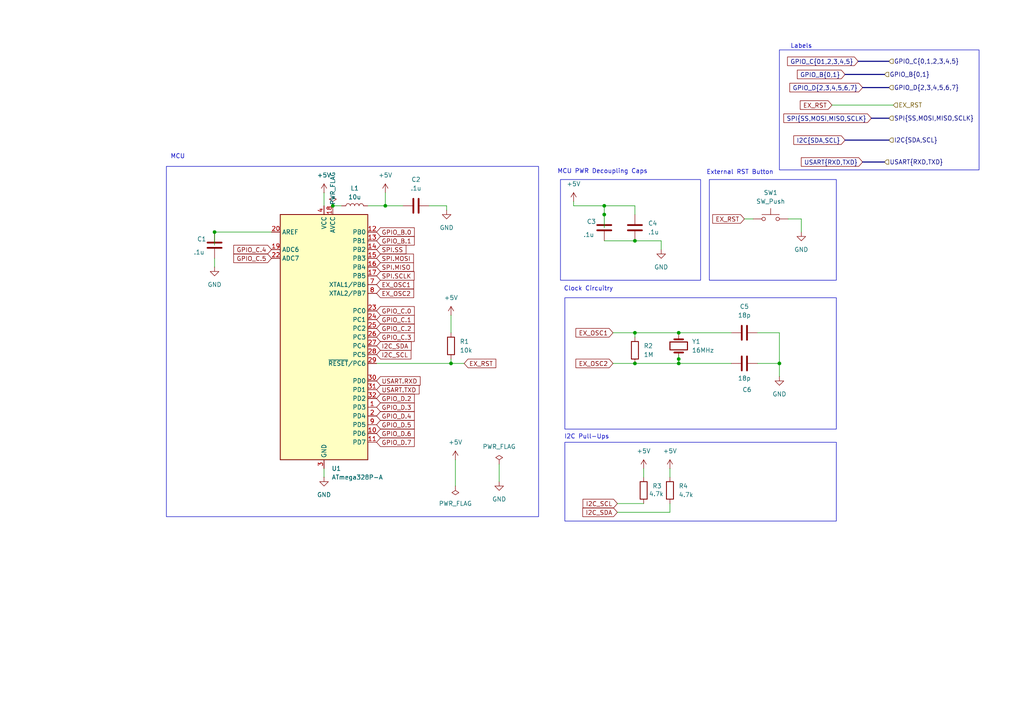
<source format=kicad_sch>
(kicad_sch
	(version 20231120)
	(generator "eeschema")
	(generator_version "8.0")
	(uuid "4213bf80-281b-45da-be55-7b3e5c8290e4")
	(paper "A4")
	(lib_symbols
		(symbol "Device:C"
			(pin_numbers hide)
			(pin_names
				(offset 0.254)
			)
			(exclude_from_sim no)
			(in_bom yes)
			(on_board yes)
			(property "Reference" "C"
				(at 0.635 2.54 0)
				(effects
					(font
						(size 1.27 1.27)
					)
					(justify left)
				)
			)
			(property "Value" "C"
				(at 0.635 -2.54 0)
				(effects
					(font
						(size 1.27 1.27)
					)
					(justify left)
				)
			)
			(property "Footprint" ""
				(at 0.9652 -3.81 0)
				(effects
					(font
						(size 1.27 1.27)
					)
					(hide yes)
				)
			)
			(property "Datasheet" "~"
				(at 0 0 0)
				(effects
					(font
						(size 1.27 1.27)
					)
					(hide yes)
				)
			)
			(property "Description" "Unpolarized capacitor"
				(at 0 0 0)
				(effects
					(font
						(size 1.27 1.27)
					)
					(hide yes)
				)
			)
			(property "ki_keywords" "cap capacitor"
				(at 0 0 0)
				(effects
					(font
						(size 1.27 1.27)
					)
					(hide yes)
				)
			)
			(property "ki_fp_filters" "C_*"
				(at 0 0 0)
				(effects
					(font
						(size 1.27 1.27)
					)
					(hide yes)
				)
			)
			(symbol "C_0_1"
				(polyline
					(pts
						(xy -2.032 -0.762) (xy 2.032 -0.762)
					)
					(stroke
						(width 0.508)
						(type default)
					)
					(fill
						(type none)
					)
				)
				(polyline
					(pts
						(xy -2.032 0.762) (xy 2.032 0.762)
					)
					(stroke
						(width 0.508)
						(type default)
					)
					(fill
						(type none)
					)
				)
			)
			(symbol "C_1_1"
				(pin passive line
					(at 0 3.81 270)
					(length 2.794)
					(name "~"
						(effects
							(font
								(size 1.27 1.27)
							)
						)
					)
					(number "1"
						(effects
							(font
								(size 1.27 1.27)
							)
						)
					)
				)
				(pin passive line
					(at 0 -3.81 90)
					(length 2.794)
					(name "~"
						(effects
							(font
								(size 1.27 1.27)
							)
						)
					)
					(number "2"
						(effects
							(font
								(size 1.27 1.27)
							)
						)
					)
				)
			)
		)
		(symbol "Device:Crystal"
			(pin_numbers hide)
			(pin_names
				(offset 1.016) hide)
			(exclude_from_sim no)
			(in_bom yes)
			(on_board yes)
			(property "Reference" "Y"
				(at 0 3.81 0)
				(effects
					(font
						(size 1.27 1.27)
					)
				)
			)
			(property "Value" "Crystal"
				(at 0 -3.81 0)
				(effects
					(font
						(size 1.27 1.27)
					)
				)
			)
			(property "Footprint" ""
				(at 0 0 0)
				(effects
					(font
						(size 1.27 1.27)
					)
					(hide yes)
				)
			)
			(property "Datasheet" "~"
				(at 0 0 0)
				(effects
					(font
						(size 1.27 1.27)
					)
					(hide yes)
				)
			)
			(property "Description" "Two pin crystal"
				(at 0 0 0)
				(effects
					(font
						(size 1.27 1.27)
					)
					(hide yes)
				)
			)
			(property "ki_keywords" "quartz ceramic resonator oscillator"
				(at 0 0 0)
				(effects
					(font
						(size 1.27 1.27)
					)
					(hide yes)
				)
			)
			(property "ki_fp_filters" "Crystal*"
				(at 0 0 0)
				(effects
					(font
						(size 1.27 1.27)
					)
					(hide yes)
				)
			)
			(symbol "Crystal_0_1"
				(rectangle
					(start -1.143 2.54)
					(end 1.143 -2.54)
					(stroke
						(width 0.3048)
						(type default)
					)
					(fill
						(type none)
					)
				)
				(polyline
					(pts
						(xy -2.54 0) (xy -1.905 0)
					)
					(stroke
						(width 0)
						(type default)
					)
					(fill
						(type none)
					)
				)
				(polyline
					(pts
						(xy -1.905 -1.27) (xy -1.905 1.27)
					)
					(stroke
						(width 0.508)
						(type default)
					)
					(fill
						(type none)
					)
				)
				(polyline
					(pts
						(xy 1.905 -1.27) (xy 1.905 1.27)
					)
					(stroke
						(width 0.508)
						(type default)
					)
					(fill
						(type none)
					)
				)
				(polyline
					(pts
						(xy 2.54 0) (xy 1.905 0)
					)
					(stroke
						(width 0)
						(type default)
					)
					(fill
						(type none)
					)
				)
			)
			(symbol "Crystal_1_1"
				(pin passive line
					(at -3.81 0 0)
					(length 1.27)
					(name "1"
						(effects
							(font
								(size 1.27 1.27)
							)
						)
					)
					(number "1"
						(effects
							(font
								(size 1.27 1.27)
							)
						)
					)
				)
				(pin passive line
					(at 3.81 0 180)
					(length 1.27)
					(name "2"
						(effects
							(font
								(size 1.27 1.27)
							)
						)
					)
					(number "2"
						(effects
							(font
								(size 1.27 1.27)
							)
						)
					)
				)
			)
		)
		(symbol "Device:L"
			(pin_numbers hide)
			(pin_names
				(offset 1.016) hide)
			(exclude_from_sim no)
			(in_bom yes)
			(on_board yes)
			(property "Reference" "L"
				(at -1.27 0 90)
				(effects
					(font
						(size 1.27 1.27)
					)
				)
			)
			(property "Value" "L"
				(at 1.905 0 90)
				(effects
					(font
						(size 1.27 1.27)
					)
				)
			)
			(property "Footprint" ""
				(at 0 0 0)
				(effects
					(font
						(size 1.27 1.27)
					)
					(hide yes)
				)
			)
			(property "Datasheet" "~"
				(at 0 0 0)
				(effects
					(font
						(size 1.27 1.27)
					)
					(hide yes)
				)
			)
			(property "Description" "Inductor"
				(at 0 0 0)
				(effects
					(font
						(size 1.27 1.27)
					)
					(hide yes)
				)
			)
			(property "ki_keywords" "inductor choke coil reactor magnetic"
				(at 0 0 0)
				(effects
					(font
						(size 1.27 1.27)
					)
					(hide yes)
				)
			)
			(property "ki_fp_filters" "Choke_* *Coil* Inductor_* L_*"
				(at 0 0 0)
				(effects
					(font
						(size 1.27 1.27)
					)
					(hide yes)
				)
			)
			(symbol "L_0_1"
				(arc
					(start 0 -2.54)
					(mid 0.6323 -1.905)
					(end 0 -1.27)
					(stroke
						(width 0)
						(type default)
					)
					(fill
						(type none)
					)
				)
				(arc
					(start 0 -1.27)
					(mid 0.6323 -0.635)
					(end 0 0)
					(stroke
						(width 0)
						(type default)
					)
					(fill
						(type none)
					)
				)
				(arc
					(start 0 0)
					(mid 0.6323 0.635)
					(end 0 1.27)
					(stroke
						(width 0)
						(type default)
					)
					(fill
						(type none)
					)
				)
				(arc
					(start 0 1.27)
					(mid 0.6323 1.905)
					(end 0 2.54)
					(stroke
						(width 0)
						(type default)
					)
					(fill
						(type none)
					)
				)
			)
			(symbol "L_1_1"
				(pin passive line
					(at 0 3.81 270)
					(length 1.27)
					(name "1"
						(effects
							(font
								(size 1.27 1.27)
							)
						)
					)
					(number "1"
						(effects
							(font
								(size 1.27 1.27)
							)
						)
					)
				)
				(pin passive line
					(at 0 -3.81 90)
					(length 1.27)
					(name "2"
						(effects
							(font
								(size 1.27 1.27)
							)
						)
					)
					(number "2"
						(effects
							(font
								(size 1.27 1.27)
							)
						)
					)
				)
			)
		)
		(symbol "Device:R"
			(pin_numbers hide)
			(pin_names
				(offset 0)
			)
			(exclude_from_sim no)
			(in_bom yes)
			(on_board yes)
			(property "Reference" "R"
				(at 2.032 0 90)
				(effects
					(font
						(size 1.27 1.27)
					)
				)
			)
			(property "Value" "R"
				(at 0 0 90)
				(effects
					(font
						(size 1.27 1.27)
					)
				)
			)
			(property "Footprint" ""
				(at -1.778 0 90)
				(effects
					(font
						(size 1.27 1.27)
					)
					(hide yes)
				)
			)
			(property "Datasheet" "~"
				(at 0 0 0)
				(effects
					(font
						(size 1.27 1.27)
					)
					(hide yes)
				)
			)
			(property "Description" "Resistor"
				(at 0 0 0)
				(effects
					(font
						(size 1.27 1.27)
					)
					(hide yes)
				)
			)
			(property "ki_keywords" "R res resistor"
				(at 0 0 0)
				(effects
					(font
						(size 1.27 1.27)
					)
					(hide yes)
				)
			)
			(property "ki_fp_filters" "R_*"
				(at 0 0 0)
				(effects
					(font
						(size 1.27 1.27)
					)
					(hide yes)
				)
			)
			(symbol "R_0_1"
				(rectangle
					(start -1.016 -2.54)
					(end 1.016 2.54)
					(stroke
						(width 0.254)
						(type default)
					)
					(fill
						(type none)
					)
				)
			)
			(symbol "R_1_1"
				(pin passive line
					(at 0 3.81 270)
					(length 1.27)
					(name "~"
						(effects
							(font
								(size 1.27 1.27)
							)
						)
					)
					(number "1"
						(effects
							(font
								(size 1.27 1.27)
							)
						)
					)
				)
				(pin passive line
					(at 0 -3.81 90)
					(length 1.27)
					(name "~"
						(effects
							(font
								(size 1.27 1.27)
							)
						)
					)
					(number "2"
						(effects
							(font
								(size 1.27 1.27)
							)
						)
					)
				)
			)
		)
		(symbol "MCU_Microchip_ATmega:ATmega328P-A"
			(exclude_from_sim no)
			(in_bom yes)
			(on_board yes)
			(property "Reference" "U"
				(at -12.7 36.83 0)
				(effects
					(font
						(size 1.27 1.27)
					)
					(justify left bottom)
				)
			)
			(property "Value" "ATmega328P-A"
				(at 2.54 -36.83 0)
				(effects
					(font
						(size 1.27 1.27)
					)
					(justify left top)
				)
			)
			(property "Footprint" "Package_QFP:TQFP-32_7x7mm_P0.8mm"
				(at 0 0 0)
				(effects
					(font
						(size 1.27 1.27)
						(italic yes)
					)
					(hide yes)
				)
			)
			(property "Datasheet" "http://ww1.microchip.com/downloads/en/DeviceDoc/ATmega328_P%20AVR%20MCU%20with%20picoPower%20Technology%20Data%20Sheet%2040001984A.pdf"
				(at 0 0 0)
				(effects
					(font
						(size 1.27 1.27)
					)
					(hide yes)
				)
			)
			(property "Description" "20MHz, 32kB Flash, 2kB SRAM, 1kB EEPROM, TQFP-32"
				(at 0 0 0)
				(effects
					(font
						(size 1.27 1.27)
					)
					(hide yes)
				)
			)
			(property "ki_keywords" "AVR 8bit Microcontroller MegaAVR PicoPower"
				(at 0 0 0)
				(effects
					(font
						(size 1.27 1.27)
					)
					(hide yes)
				)
			)
			(property "ki_fp_filters" "TQFP*7x7mm*P0.8mm*"
				(at 0 0 0)
				(effects
					(font
						(size 1.27 1.27)
					)
					(hide yes)
				)
			)
			(symbol "ATmega328P-A_0_1"
				(rectangle
					(start -12.7 -35.56)
					(end 12.7 35.56)
					(stroke
						(width 0.254)
						(type default)
					)
					(fill
						(type background)
					)
				)
			)
			(symbol "ATmega328P-A_1_1"
				(pin bidirectional line
					(at 15.24 -20.32 180)
					(length 2.54)
					(name "PD3"
						(effects
							(font
								(size 1.27 1.27)
							)
						)
					)
					(number "1"
						(effects
							(font
								(size 1.27 1.27)
							)
						)
					)
				)
				(pin bidirectional line
					(at 15.24 -27.94 180)
					(length 2.54)
					(name "PD6"
						(effects
							(font
								(size 1.27 1.27)
							)
						)
					)
					(number "10"
						(effects
							(font
								(size 1.27 1.27)
							)
						)
					)
				)
				(pin bidirectional line
					(at 15.24 -30.48 180)
					(length 2.54)
					(name "PD7"
						(effects
							(font
								(size 1.27 1.27)
							)
						)
					)
					(number "11"
						(effects
							(font
								(size 1.27 1.27)
							)
						)
					)
				)
				(pin bidirectional line
					(at 15.24 30.48 180)
					(length 2.54)
					(name "PB0"
						(effects
							(font
								(size 1.27 1.27)
							)
						)
					)
					(number "12"
						(effects
							(font
								(size 1.27 1.27)
							)
						)
					)
				)
				(pin bidirectional line
					(at 15.24 27.94 180)
					(length 2.54)
					(name "PB1"
						(effects
							(font
								(size 1.27 1.27)
							)
						)
					)
					(number "13"
						(effects
							(font
								(size 1.27 1.27)
							)
						)
					)
				)
				(pin bidirectional line
					(at 15.24 25.4 180)
					(length 2.54)
					(name "PB2"
						(effects
							(font
								(size 1.27 1.27)
							)
						)
					)
					(number "14"
						(effects
							(font
								(size 1.27 1.27)
							)
						)
					)
				)
				(pin bidirectional line
					(at 15.24 22.86 180)
					(length 2.54)
					(name "PB3"
						(effects
							(font
								(size 1.27 1.27)
							)
						)
					)
					(number "15"
						(effects
							(font
								(size 1.27 1.27)
							)
						)
					)
				)
				(pin bidirectional line
					(at 15.24 20.32 180)
					(length 2.54)
					(name "PB4"
						(effects
							(font
								(size 1.27 1.27)
							)
						)
					)
					(number "16"
						(effects
							(font
								(size 1.27 1.27)
							)
						)
					)
				)
				(pin bidirectional line
					(at 15.24 17.78 180)
					(length 2.54)
					(name "PB5"
						(effects
							(font
								(size 1.27 1.27)
							)
						)
					)
					(number "17"
						(effects
							(font
								(size 1.27 1.27)
							)
						)
					)
				)
				(pin power_in line
					(at 2.54 38.1 270)
					(length 2.54)
					(name "AVCC"
						(effects
							(font
								(size 1.27 1.27)
							)
						)
					)
					(number "18"
						(effects
							(font
								(size 1.27 1.27)
							)
						)
					)
				)
				(pin input line
					(at -15.24 25.4 0)
					(length 2.54)
					(name "ADC6"
						(effects
							(font
								(size 1.27 1.27)
							)
						)
					)
					(number "19"
						(effects
							(font
								(size 1.27 1.27)
							)
						)
					)
				)
				(pin bidirectional line
					(at 15.24 -22.86 180)
					(length 2.54)
					(name "PD4"
						(effects
							(font
								(size 1.27 1.27)
							)
						)
					)
					(number "2"
						(effects
							(font
								(size 1.27 1.27)
							)
						)
					)
				)
				(pin passive line
					(at -15.24 30.48 0)
					(length 2.54)
					(name "AREF"
						(effects
							(font
								(size 1.27 1.27)
							)
						)
					)
					(number "20"
						(effects
							(font
								(size 1.27 1.27)
							)
						)
					)
				)
				(pin passive line
					(at 0 -38.1 90)
					(length 2.54) hide
					(name "GND"
						(effects
							(font
								(size 1.27 1.27)
							)
						)
					)
					(number "21"
						(effects
							(font
								(size 1.27 1.27)
							)
						)
					)
				)
				(pin input line
					(at -15.24 22.86 0)
					(length 2.54)
					(name "ADC7"
						(effects
							(font
								(size 1.27 1.27)
							)
						)
					)
					(number "22"
						(effects
							(font
								(size 1.27 1.27)
							)
						)
					)
				)
				(pin bidirectional line
					(at 15.24 7.62 180)
					(length 2.54)
					(name "PC0"
						(effects
							(font
								(size 1.27 1.27)
							)
						)
					)
					(number "23"
						(effects
							(font
								(size 1.27 1.27)
							)
						)
					)
				)
				(pin bidirectional line
					(at 15.24 5.08 180)
					(length 2.54)
					(name "PC1"
						(effects
							(font
								(size 1.27 1.27)
							)
						)
					)
					(number "24"
						(effects
							(font
								(size 1.27 1.27)
							)
						)
					)
				)
				(pin bidirectional line
					(at 15.24 2.54 180)
					(length 2.54)
					(name "PC2"
						(effects
							(font
								(size 1.27 1.27)
							)
						)
					)
					(number "25"
						(effects
							(font
								(size 1.27 1.27)
							)
						)
					)
				)
				(pin bidirectional line
					(at 15.24 0 180)
					(length 2.54)
					(name "PC3"
						(effects
							(font
								(size 1.27 1.27)
							)
						)
					)
					(number "26"
						(effects
							(font
								(size 1.27 1.27)
							)
						)
					)
				)
				(pin bidirectional line
					(at 15.24 -2.54 180)
					(length 2.54)
					(name "PC4"
						(effects
							(font
								(size 1.27 1.27)
							)
						)
					)
					(number "27"
						(effects
							(font
								(size 1.27 1.27)
							)
						)
					)
				)
				(pin bidirectional line
					(at 15.24 -5.08 180)
					(length 2.54)
					(name "PC5"
						(effects
							(font
								(size 1.27 1.27)
							)
						)
					)
					(number "28"
						(effects
							(font
								(size 1.27 1.27)
							)
						)
					)
				)
				(pin bidirectional line
					(at 15.24 -7.62 180)
					(length 2.54)
					(name "~{RESET}/PC6"
						(effects
							(font
								(size 1.27 1.27)
							)
						)
					)
					(number "29"
						(effects
							(font
								(size 1.27 1.27)
							)
						)
					)
				)
				(pin power_in line
					(at 0 -38.1 90)
					(length 2.54)
					(name "GND"
						(effects
							(font
								(size 1.27 1.27)
							)
						)
					)
					(number "3"
						(effects
							(font
								(size 1.27 1.27)
							)
						)
					)
				)
				(pin bidirectional line
					(at 15.24 -12.7 180)
					(length 2.54)
					(name "PD0"
						(effects
							(font
								(size 1.27 1.27)
							)
						)
					)
					(number "30"
						(effects
							(font
								(size 1.27 1.27)
							)
						)
					)
				)
				(pin bidirectional line
					(at 15.24 -15.24 180)
					(length 2.54)
					(name "PD1"
						(effects
							(font
								(size 1.27 1.27)
							)
						)
					)
					(number "31"
						(effects
							(font
								(size 1.27 1.27)
							)
						)
					)
				)
				(pin bidirectional line
					(at 15.24 -17.78 180)
					(length 2.54)
					(name "PD2"
						(effects
							(font
								(size 1.27 1.27)
							)
						)
					)
					(number "32"
						(effects
							(font
								(size 1.27 1.27)
							)
						)
					)
				)
				(pin power_in line
					(at 0 38.1 270)
					(length 2.54)
					(name "VCC"
						(effects
							(font
								(size 1.27 1.27)
							)
						)
					)
					(number "4"
						(effects
							(font
								(size 1.27 1.27)
							)
						)
					)
				)
				(pin passive line
					(at 0 -38.1 90)
					(length 2.54) hide
					(name "GND"
						(effects
							(font
								(size 1.27 1.27)
							)
						)
					)
					(number "5"
						(effects
							(font
								(size 1.27 1.27)
							)
						)
					)
				)
				(pin passive line
					(at 0 38.1 270)
					(length 2.54) hide
					(name "VCC"
						(effects
							(font
								(size 1.27 1.27)
							)
						)
					)
					(number "6"
						(effects
							(font
								(size 1.27 1.27)
							)
						)
					)
				)
				(pin bidirectional line
					(at 15.24 15.24 180)
					(length 2.54)
					(name "XTAL1/PB6"
						(effects
							(font
								(size 1.27 1.27)
							)
						)
					)
					(number "7"
						(effects
							(font
								(size 1.27 1.27)
							)
						)
					)
				)
				(pin bidirectional line
					(at 15.24 12.7 180)
					(length 2.54)
					(name "XTAL2/PB7"
						(effects
							(font
								(size 1.27 1.27)
							)
						)
					)
					(number "8"
						(effects
							(font
								(size 1.27 1.27)
							)
						)
					)
				)
				(pin bidirectional line
					(at 15.24 -25.4 180)
					(length 2.54)
					(name "PD5"
						(effects
							(font
								(size 1.27 1.27)
							)
						)
					)
					(number "9"
						(effects
							(font
								(size 1.27 1.27)
							)
						)
					)
				)
			)
		)
		(symbol "Switch:SW_Push"
			(pin_numbers hide)
			(pin_names
				(offset 1.016) hide)
			(exclude_from_sim no)
			(in_bom yes)
			(on_board yes)
			(property "Reference" "SW"
				(at 1.27 2.54 0)
				(effects
					(font
						(size 1.27 1.27)
					)
					(justify left)
				)
			)
			(property "Value" "SW_Push"
				(at 0 -1.524 0)
				(effects
					(font
						(size 1.27 1.27)
					)
				)
			)
			(property "Footprint" ""
				(at 0 5.08 0)
				(effects
					(font
						(size 1.27 1.27)
					)
					(hide yes)
				)
			)
			(property "Datasheet" "~"
				(at 0 5.08 0)
				(effects
					(font
						(size 1.27 1.27)
					)
					(hide yes)
				)
			)
			(property "Description" "Push button switch, generic, two pins"
				(at 0 0 0)
				(effects
					(font
						(size 1.27 1.27)
					)
					(hide yes)
				)
			)
			(property "ki_keywords" "switch normally-open pushbutton push-button"
				(at 0 0 0)
				(effects
					(font
						(size 1.27 1.27)
					)
					(hide yes)
				)
			)
			(symbol "SW_Push_0_1"
				(circle
					(center -2.032 0)
					(radius 0.508)
					(stroke
						(width 0)
						(type default)
					)
					(fill
						(type none)
					)
				)
				(polyline
					(pts
						(xy 0 1.27) (xy 0 3.048)
					)
					(stroke
						(width 0)
						(type default)
					)
					(fill
						(type none)
					)
				)
				(polyline
					(pts
						(xy 2.54 1.27) (xy -2.54 1.27)
					)
					(stroke
						(width 0)
						(type default)
					)
					(fill
						(type none)
					)
				)
				(circle
					(center 2.032 0)
					(radius 0.508)
					(stroke
						(width 0)
						(type default)
					)
					(fill
						(type none)
					)
				)
				(pin passive line
					(at -5.08 0 0)
					(length 2.54)
					(name "1"
						(effects
							(font
								(size 1.27 1.27)
							)
						)
					)
					(number "1"
						(effects
							(font
								(size 1.27 1.27)
							)
						)
					)
				)
				(pin passive line
					(at 5.08 0 180)
					(length 2.54)
					(name "2"
						(effects
							(font
								(size 1.27 1.27)
							)
						)
					)
					(number "2"
						(effects
							(font
								(size 1.27 1.27)
							)
						)
					)
				)
			)
		)
		(symbol "power:+5V"
			(power)
			(pin_numbers hide)
			(pin_names
				(offset 0) hide)
			(exclude_from_sim no)
			(in_bom yes)
			(on_board yes)
			(property "Reference" "#PWR"
				(at 0 -3.81 0)
				(effects
					(font
						(size 1.27 1.27)
					)
					(hide yes)
				)
			)
			(property "Value" "+5V"
				(at 0 3.556 0)
				(effects
					(font
						(size 1.27 1.27)
					)
				)
			)
			(property "Footprint" ""
				(at 0 0 0)
				(effects
					(font
						(size 1.27 1.27)
					)
					(hide yes)
				)
			)
			(property "Datasheet" ""
				(at 0 0 0)
				(effects
					(font
						(size 1.27 1.27)
					)
					(hide yes)
				)
			)
			(property "Description" "Power symbol creates a global label with name \"+5V\""
				(at 0 0 0)
				(effects
					(font
						(size 1.27 1.27)
					)
					(hide yes)
				)
			)
			(property "ki_keywords" "global power"
				(at 0 0 0)
				(effects
					(font
						(size 1.27 1.27)
					)
					(hide yes)
				)
			)
			(symbol "+5V_0_1"
				(polyline
					(pts
						(xy -0.762 1.27) (xy 0 2.54)
					)
					(stroke
						(width 0)
						(type default)
					)
					(fill
						(type none)
					)
				)
				(polyline
					(pts
						(xy 0 0) (xy 0 2.54)
					)
					(stroke
						(width 0)
						(type default)
					)
					(fill
						(type none)
					)
				)
				(polyline
					(pts
						(xy 0 2.54) (xy 0.762 1.27)
					)
					(stroke
						(width 0)
						(type default)
					)
					(fill
						(type none)
					)
				)
			)
			(symbol "+5V_1_1"
				(pin power_in line
					(at 0 0 90)
					(length 0)
					(name "~"
						(effects
							(font
								(size 1.27 1.27)
							)
						)
					)
					(number "1"
						(effects
							(font
								(size 1.27 1.27)
							)
						)
					)
				)
			)
		)
		(symbol "power:GND"
			(power)
			(pin_numbers hide)
			(pin_names
				(offset 0) hide)
			(exclude_from_sim no)
			(in_bom yes)
			(on_board yes)
			(property "Reference" "#PWR"
				(at 0 -6.35 0)
				(effects
					(font
						(size 1.27 1.27)
					)
					(hide yes)
				)
			)
			(property "Value" "GND"
				(at 0 -3.81 0)
				(effects
					(font
						(size 1.27 1.27)
					)
				)
			)
			(property "Footprint" ""
				(at 0 0 0)
				(effects
					(font
						(size 1.27 1.27)
					)
					(hide yes)
				)
			)
			(property "Datasheet" ""
				(at 0 0 0)
				(effects
					(font
						(size 1.27 1.27)
					)
					(hide yes)
				)
			)
			(property "Description" "Power symbol creates a global label with name \"GND\" , ground"
				(at 0 0 0)
				(effects
					(font
						(size 1.27 1.27)
					)
					(hide yes)
				)
			)
			(property "ki_keywords" "global power"
				(at 0 0 0)
				(effects
					(font
						(size 1.27 1.27)
					)
					(hide yes)
				)
			)
			(symbol "GND_0_1"
				(polyline
					(pts
						(xy 0 0) (xy 0 -1.27) (xy 1.27 -1.27) (xy 0 -2.54) (xy -1.27 -1.27) (xy 0 -1.27)
					)
					(stroke
						(width 0)
						(type default)
					)
					(fill
						(type none)
					)
				)
			)
			(symbol "GND_1_1"
				(pin power_in line
					(at 0 0 270)
					(length 0)
					(name "~"
						(effects
							(font
								(size 1.27 1.27)
							)
						)
					)
					(number "1"
						(effects
							(font
								(size 1.27 1.27)
							)
						)
					)
				)
			)
		)
		(symbol "power:PWR_FLAG"
			(power)
			(pin_numbers hide)
			(pin_names
				(offset 0) hide)
			(exclude_from_sim no)
			(in_bom yes)
			(on_board yes)
			(property "Reference" "#FLG"
				(at 0 1.905 0)
				(effects
					(font
						(size 1.27 1.27)
					)
					(hide yes)
				)
			)
			(property "Value" "PWR_FLAG"
				(at 0 3.81 0)
				(effects
					(font
						(size 1.27 1.27)
					)
				)
			)
			(property "Footprint" ""
				(at 0 0 0)
				(effects
					(font
						(size 1.27 1.27)
					)
					(hide yes)
				)
			)
			(property "Datasheet" "~"
				(at 0 0 0)
				(effects
					(font
						(size 1.27 1.27)
					)
					(hide yes)
				)
			)
			(property "Description" "Special symbol for telling ERC where power comes from"
				(at 0 0 0)
				(effects
					(font
						(size 1.27 1.27)
					)
					(hide yes)
				)
			)
			(property "ki_keywords" "flag power"
				(at 0 0 0)
				(effects
					(font
						(size 1.27 1.27)
					)
					(hide yes)
				)
			)
			(symbol "PWR_FLAG_0_0"
				(pin power_out line
					(at 0 0 90)
					(length 0)
					(name "~"
						(effects
							(font
								(size 1.27 1.27)
							)
						)
					)
					(number "1"
						(effects
							(font
								(size 1.27 1.27)
							)
						)
					)
				)
			)
			(symbol "PWR_FLAG_0_1"
				(polyline
					(pts
						(xy 0 0) (xy 0 1.27) (xy -1.016 1.905) (xy 0 2.54) (xy 1.016 1.905) (xy 0 1.27)
					)
					(stroke
						(width 0)
						(type default)
					)
					(fill
						(type none)
					)
				)
			)
		)
	)
	(junction
		(at 196.85 105.41)
		(diameter 0)
		(color 0 0 0 0)
		(uuid "210fa9a1-c9ff-4f6b-8be8-a9b7ec1c3201")
	)
	(junction
		(at 96.52 59.69)
		(diameter 0)
		(color 0 0 0 0)
		(uuid "3e2289b9-3d05-439e-9d11-634869cad82b")
	)
	(junction
		(at 226.06 105.41)
		(diameter 0)
		(color 0 0 0 0)
		(uuid "481f4437-2799-4b03-813d-646eac55bbba")
	)
	(junction
		(at 184.15 69.85)
		(diameter 0)
		(color 0 0 0 0)
		(uuid "5a53adc9-5583-4233-a0a4-4a803d4de376")
	)
	(junction
		(at 184.15 105.41)
		(diameter 0)
		(color 0 0 0 0)
		(uuid "63a85c9f-a39b-4e96-961b-ed6fba8bd0c0")
	)
	(junction
		(at 184.15 96.52)
		(diameter 0)
		(color 0 0 0 0)
		(uuid "75238017-1f6b-4035-81ab-2b2b2432fed0")
	)
	(junction
		(at 130.81 105.41)
		(diameter 0)
		(color 0 0 0 0)
		(uuid "c05b2443-d406-4732-801f-2556aeb18928")
	)
	(junction
		(at 196.85 104.14)
		(diameter 0)
		(color 0 0 0 0)
		(uuid "c6c1ad9e-e446-4f31-92ce-d5f965eba382")
	)
	(junction
		(at 196.85 96.52)
		(diameter 0)
		(color 0 0 0 0)
		(uuid "d0465072-9a1e-4760-a22a-29c49fd1d7fc")
	)
	(junction
		(at 175.26 59.69)
		(diameter 0)
		(color 0 0 0 0)
		(uuid "e2de843a-387a-4e53-8047-f2dd0c0aee5e")
	)
	(junction
		(at 111.76 59.69)
		(diameter 0)
		(color 0 0 0 0)
		(uuid "e385f715-cece-4a2b-90bc-000906d77cb5")
	)
	(junction
		(at 175.26 62.23)
		(diameter 0)
		(color 0 0 0 0)
		(uuid "e6a499eb-8748-47df-814b-5bc5e03e0299")
	)
	(junction
		(at 62.23 67.31)
		(diameter 0)
		(color 0 0 0 0)
		(uuid "f914f572-c924-47f5-9994-cf7e2ad96798")
	)
	(wire
		(pts
			(xy 184.15 59.69) (xy 184.15 62.23)
		)
		(stroke
			(width 0)
			(type default)
		)
		(uuid "00f7537d-882c-4c4f-970c-91c6303e013e")
	)
	(wire
		(pts
			(xy 184.15 69.85) (xy 191.77 69.85)
		)
		(stroke
			(width 0)
			(type default)
		)
		(uuid "02312c73-e2e5-41f6-b269-e8b9708c6943")
	)
	(wire
		(pts
			(xy 179.07 146.05) (xy 186.69 146.05)
		)
		(stroke
			(width 0)
			(type default)
		)
		(uuid "054a89e3-a7cd-4579-b546-f9cd45e36346")
	)
	(wire
		(pts
			(xy 184.15 96.52) (xy 196.85 96.52)
		)
		(stroke
			(width 0)
			(type default)
		)
		(uuid "09474bc6-d392-4bc6-ba52-412007879cba")
	)
	(wire
		(pts
			(xy 184.15 96.52) (xy 184.15 97.79)
		)
		(stroke
			(width 0)
			(type default)
		)
		(uuid "09e42990-4717-45e3-9bc9-daf06a1ca4b1")
	)
	(wire
		(pts
			(xy 144.78 134.62) (xy 144.78 139.7)
		)
		(stroke
			(width 0)
			(type default)
		)
		(uuid "17bc0fec-9d9d-4001-8354-4319abac8be6")
	)
	(bus
		(pts
			(xy 248.92 17.78) (xy 257.81 17.78)
		)
		(stroke
			(width 0)
			(type default)
		)
		(uuid "21dc82f9-aa76-4cf3-b795-b3336949de8c")
	)
	(wire
		(pts
			(xy 194.31 135.89) (xy 194.31 138.43)
		)
		(stroke
			(width 0)
			(type default)
		)
		(uuid "242fd11f-2e4b-4fea-a6e3-2203cbd840e7")
	)
	(wire
		(pts
			(xy 194.31 146.05) (xy 194.31 148.59)
		)
		(stroke
			(width 0)
			(type default)
		)
		(uuid "244cc030-68d5-4e3f-8ee3-04d5d77a5910")
	)
	(wire
		(pts
			(xy 175.26 59.69) (xy 184.15 59.69)
		)
		(stroke
			(width 0)
			(type default)
		)
		(uuid "278d4a8c-2715-40fc-8d3c-65ad15e8ec2c")
	)
	(wire
		(pts
			(xy 191.77 69.85) (xy 191.77 72.39)
		)
		(stroke
			(width 0)
			(type default)
		)
		(uuid "2d205566-fc22-4749-b666-c66fa044b408")
	)
	(wire
		(pts
			(xy 106.68 59.69) (xy 111.76 59.69)
		)
		(stroke
			(width 0)
			(type default)
		)
		(uuid "3b4842c5-5247-42c0-aa8d-00b129c0daa2")
	)
	(wire
		(pts
			(xy 62.23 74.93) (xy 62.23 77.47)
		)
		(stroke
			(width 0)
			(type default)
		)
		(uuid "47737012-ecf9-4ca2-8515-45e81bf1f104")
	)
	(bus
		(pts
			(xy 250.19 46.99) (xy 256.54 46.99)
		)
		(stroke
			(width 0)
			(type default)
		)
		(uuid "47b0a171-847d-4955-a5bf-d0678a4aeed3")
	)
	(wire
		(pts
			(xy 219.71 96.52) (xy 226.06 96.52)
		)
		(stroke
			(width 0)
			(type default)
		)
		(uuid "47cebcd0-7d96-4ddb-80a0-e2004f9e5ffd")
	)
	(wire
		(pts
			(xy 129.54 59.69) (xy 129.54 60.96)
		)
		(stroke
			(width 0)
			(type default)
		)
		(uuid "4829007f-8642-45a2-bbff-7e7a2a832f3b")
	)
	(wire
		(pts
			(xy 186.69 135.89) (xy 186.69 138.43)
		)
		(stroke
			(width 0)
			(type default)
		)
		(uuid "4906a546-708b-4c88-9796-b38e5390f1d1")
	)
	(wire
		(pts
			(xy 124.46 59.69) (xy 129.54 59.69)
		)
		(stroke
			(width 0)
			(type default)
		)
		(uuid "4b3524eb-bd43-41b7-bee9-e6227f3543ea")
	)
	(wire
		(pts
			(xy 226.06 96.52) (xy 226.06 105.41)
		)
		(stroke
			(width 0)
			(type default)
		)
		(uuid "50abfd90-0383-487c-97a3-b685c892dd12")
	)
	(wire
		(pts
			(xy 194.31 148.59) (xy 179.07 148.59)
		)
		(stroke
			(width 0)
			(type default)
		)
		(uuid "54bf11ef-e29f-4c2e-81d4-bc47836c4386")
	)
	(wire
		(pts
			(xy 175.26 62.23) (xy 175.26 66.04)
		)
		(stroke
			(width 0)
			(type default)
		)
		(uuid "57e18e1d-e085-482b-b3b0-44dc4630f69d")
	)
	(wire
		(pts
			(xy 111.76 55.88) (xy 111.76 59.69)
		)
		(stroke
			(width 0)
			(type default)
		)
		(uuid "5a3aa4ff-7265-4865-9382-d9562d4c5ff2")
	)
	(wire
		(pts
			(xy 232.41 63.5) (xy 232.41 67.31)
		)
		(stroke
			(width 0)
			(type default)
		)
		(uuid "5ad40015-0d03-474f-8e43-cafcd14b539e")
	)
	(wire
		(pts
			(xy 196.85 105.41) (xy 212.09 105.41)
		)
		(stroke
			(width 0)
			(type default)
		)
		(uuid "6641726a-b939-460b-8af6-bd4d4f6a8c54")
	)
	(bus
		(pts
			(xy 252.73 34.29) (xy 257.81 34.29)
		)
		(stroke
			(width 0)
			(type default)
		)
		(uuid "69f3f6bb-2a2c-4561-9ae8-d5694baecb0a")
	)
	(wire
		(pts
			(xy 111.76 59.69) (xy 116.84 59.69)
		)
		(stroke
			(width 0)
			(type default)
		)
		(uuid "69f63983-4eca-49a1-9cda-ae509c3ae32f")
	)
	(wire
		(pts
			(xy 96.52 59.69) (xy 99.06 59.69)
		)
		(stroke
			(width 0)
			(type default)
		)
		(uuid "70ca7d1d-312a-44d1-8561-993adbbd88e3")
	)
	(bus
		(pts
			(xy 245.11 40.64) (xy 257.81 40.64)
		)
		(stroke
			(width 0)
			(type default)
		)
		(uuid "72a89f38-8432-43c9-8194-fee86c0c62f8")
	)
	(wire
		(pts
			(xy 228.6 63.5) (xy 232.41 63.5)
		)
		(stroke
			(width 0)
			(type default)
		)
		(uuid "79c121aa-e919-4536-a907-026dcf219aac")
	)
	(wire
		(pts
			(xy 62.23 67.31) (xy 78.74 67.31)
		)
		(stroke
			(width 0)
			(type default)
		)
		(uuid "7c4762b6-75cb-43c2-87f5-64743d832534")
	)
	(wire
		(pts
			(xy 226.06 105.41) (xy 226.06 109.22)
		)
		(stroke
			(width 0)
			(type default)
		)
		(uuid "80a40e10-4585-4474-a800-5b42806e7b32")
	)
	(wire
		(pts
			(xy 130.81 91.44) (xy 130.81 96.52)
		)
		(stroke
			(width 0)
			(type default)
		)
		(uuid "8530e662-be6f-4aea-9970-f763590ae0db")
	)
	(wire
		(pts
			(xy 215.9 63.5) (xy 218.44 63.5)
		)
		(stroke
			(width 0)
			(type default)
		)
		(uuid "8cff3480-a6f4-473e-906d-b84494c21f00")
	)
	(wire
		(pts
			(xy 196.85 96.52) (xy 212.09 96.52)
		)
		(stroke
			(width 0)
			(type default)
		)
		(uuid "8d6ebb25-a877-4720-b9f0-fbee0d3840f6")
	)
	(wire
		(pts
			(xy 166.37 59.69) (xy 175.26 59.69)
		)
		(stroke
			(width 0)
			(type default)
		)
		(uuid "964bae7c-ab25-4d6b-9cc7-995b0eef63ef")
	)
	(wire
		(pts
			(xy 130.81 105.41) (xy 130.81 104.14)
		)
		(stroke
			(width 0)
			(type default)
		)
		(uuid "a0cadcca-89f0-4674-944c-2470402ee691")
	)
	(wire
		(pts
			(xy 62.23 67.31) (xy 62.23 71.12)
		)
		(stroke
			(width 0)
			(type default)
		)
		(uuid "a11f5701-5184-4de7-959c-03a6eeeb850e")
	)
	(wire
		(pts
			(xy 166.37 59.69) (xy 166.37 58.42)
		)
		(stroke
			(width 0)
			(type default)
		)
		(uuid "afa5e4dd-11b7-45f1-a219-b4a0ecc74424")
	)
	(wire
		(pts
			(xy 196.85 104.14) (xy 196.85 105.41)
		)
		(stroke
			(width 0)
			(type default)
		)
		(uuid "b121e38a-f939-49ba-ae11-4eae81b3b7db")
	)
	(wire
		(pts
			(xy 134.62 105.41) (xy 130.81 105.41)
		)
		(stroke
			(width 0)
			(type default)
		)
		(uuid "b2696cdc-604c-4c02-8709-3f29bbbc7f7e")
	)
	(bus
		(pts
			(xy 245.11 21.59) (xy 256.54 21.59)
		)
		(stroke
			(width 0)
			(type default)
		)
		(uuid "b26de13f-7152-49dd-87f0-552d3eeafc4c")
	)
	(wire
		(pts
			(xy 175.26 59.69) (xy 175.26 62.23)
		)
		(stroke
			(width 0)
			(type default)
		)
		(uuid "b3f4cedc-13fe-47b2-b5c9-a26ab8b9e266")
	)
	(wire
		(pts
			(xy 109.22 105.41) (xy 130.81 105.41)
		)
		(stroke
			(width 0)
			(type default)
		)
		(uuid "ba25fc51-9093-4cfe-828f-7594aac735ad")
	)
	(bus
		(pts
			(xy 250.19 25.4) (xy 257.81 25.4)
		)
		(stroke
			(width 0)
			(type default)
		)
		(uuid "be9d4cbd-0393-47f9-aeee-413e3bb5f455")
	)
	(wire
		(pts
			(xy 177.8 96.52) (xy 184.15 96.52)
		)
		(stroke
			(width 0)
			(type default)
		)
		(uuid "c2531a02-011e-4c49-aaa7-21b929575883")
	)
	(wire
		(pts
			(xy 93.98 135.89) (xy 93.98 138.43)
		)
		(stroke
			(width 0)
			(type default)
		)
		(uuid "cc07f7c6-7455-4cd0-8fdd-dfb5a22319d8")
	)
	(wire
		(pts
			(xy 132.08 133.35) (xy 132.08 140.97)
		)
		(stroke
			(width 0)
			(type default)
		)
		(uuid "cd7948a2-9042-413a-a368-e2f881f64b57")
	)
	(wire
		(pts
			(xy 196.85 102.87) (xy 196.85 104.14)
		)
		(stroke
			(width 0)
			(type default)
		)
		(uuid "d193f925-e938-40cc-8bf8-1214d5dacc14")
	)
	(wire
		(pts
			(xy 177.8 105.41) (xy 184.15 105.41)
		)
		(stroke
			(width 0)
			(type default)
		)
		(uuid "d3414376-9915-471b-9fb0-41e08a964533")
	)
	(wire
		(pts
			(xy 175.26 69.85) (xy 184.15 69.85)
		)
		(stroke
			(width 0)
			(type default)
		)
		(uuid "ddbff6c1-7a22-4565-800a-616c77e95f05")
	)
	(wire
		(pts
			(xy 184.15 105.41) (xy 196.85 105.41)
		)
		(stroke
			(width 0)
			(type default)
		)
		(uuid "e6d18f8e-af64-44a4-891f-af368102bc1f")
	)
	(wire
		(pts
			(xy 93.98 55.88) (xy 93.98 59.69)
		)
		(stroke
			(width 0)
			(type default)
		)
		(uuid "ed4faef9-11ea-459a-a5c6-d0259ed2312d")
	)
	(wire
		(pts
			(xy 241.3 30.48) (xy 259.08 30.48)
		)
		(stroke
			(width 0)
			(type default)
		)
		(uuid "f390bece-5ab7-4a92-8a36-7feb6f2ed5d7")
	)
	(wire
		(pts
			(xy 226.06 105.41) (xy 219.71 105.41)
		)
		(stroke
			(width 0)
			(type default)
		)
		(uuid "f9cd1614-b2d9-4d90-9a33-dae0ceee0c81")
	)
	(rectangle
		(start 48.26 48.26)
		(end 156.21 149.86)
		(stroke
			(width 0)
			(type default)
		)
		(fill
			(type none)
		)
		(uuid 0023cc1e-3c6d-4011-8e76-eb77edec58fe)
	)
	(rectangle
		(start 162.56 52.07)
		(end 203.2 81.28)
		(stroke
			(width 0)
			(type default)
		)
		(fill
			(type none)
		)
		(uuid 12a8dffd-2dbb-4da4-898f-8f9f22d00ae0)
	)
	(rectangle
		(start 163.83 86.36)
		(end 242.57 124.46)
		(stroke
			(width 0)
			(type default)
		)
		(fill
			(type none)
		)
		(uuid ac1150ab-2e6c-482f-981e-bad8a5753838)
	)
	(rectangle
		(start 205.74 52.07)
		(end 242.57 81.28)
		(stroke
			(width 0)
			(type default)
		)
		(fill
			(type none)
		)
		(uuid b1fd18ed-16ac-4075-bc0b-fa922c48aed2)
	)
	(rectangle
		(start 226.06 14.478)
		(end 283.972 49.276)
		(stroke
			(width 0)
			(type default)
		)
		(fill
			(type none)
		)
		(uuid ba9d5c57-05b6-4ee4-b79b-b643eeb9fe94)
	)
	(rectangle
		(start 163.83 128.27)
		(end 242.57 151.13)
		(stroke
			(width 0)
			(type default)
		)
		(fill
			(type none)
		)
		(uuid bf36abd9-235e-4f43-b792-f3d0614ab010)
	)
	(text "I2C Pull-Ups\n"
		(exclude_from_sim no)
		(at 170.18 126.746 0)
		(effects
			(font
				(size 1.27 1.27)
			)
		)
		(uuid "29f3f3a8-3fb3-49e8-b35c-2493fa017512")
	)
	(text "MCU\n"
		(exclude_from_sim no)
		(at 51.562 45.466 0)
		(effects
			(font
				(size 1.27 1.27)
			)
		)
		(uuid "45e0898f-df05-45f1-b178-e1e69f01288d")
	)
	(text "Labels\n"
		(exclude_from_sim no)
		(at 232.41 13.462 0)
		(effects
			(font
				(size 1.27 1.27)
			)
		)
		(uuid "852a6e4e-548f-49de-be91-f7e6dd257eca")
	)
	(text "MCU PWR Decoupling Caps\n"
		(exclude_from_sim no)
		(at 174.752 49.784 0)
		(effects
			(font
				(size 1.27 1.27)
			)
		)
		(uuid "e46412a6-6220-4196-aeef-9e1a123af452")
	)
	(text "Clock Circuitry\n"
		(exclude_from_sim no)
		(at 170.688 83.82 0)
		(effects
			(font
				(size 1.27 1.27)
			)
		)
		(uuid "f3bc6597-a710-4919-8e69-35366439d403")
	)
	(text "External RST Button\n"
		(exclude_from_sim no)
		(at 214.63 50.038 0)
		(effects
			(font
				(size 1.27 1.27)
			)
		)
		(uuid "f50bc9f7-39de-4081-a34a-658e1abb1c28")
	)
	(global_label "EX_OSC2"
		(shape input)
		(at 109.22 85.09 0)
		(fields_autoplaced yes)
		(effects
			(font
				(size 1.27 1.27)
			)
			(justify left)
		)
		(uuid "053aa881-462c-444e-879c-a301731ac6af")
		(property "Intersheetrefs" "${INTERSHEET_REFS}"
			(at 120.5508 85.09 0)
			(effects
				(font
					(size 1.27 1.27)
				)
				(justify left)
				(hide yes)
			)
		)
	)
	(global_label "I2C_SDA"
		(shape input)
		(at 109.22 100.33 0)
		(fields_autoplaced yes)
		(effects
			(font
				(size 1.27 1.27)
			)
			(justify left)
		)
		(uuid "076de481-b034-4b30-b432-aaec202a62b0")
		(property "Intersheetrefs" "${INTERSHEET_REFS}"
			(at 119.8252 100.33 0)
			(effects
				(font
					(size 1.27 1.27)
				)
				(justify left)
				(hide yes)
			)
		)
	)
	(global_label "GPIO_C{01,2,3,4,5}"
		(shape input)
		(at 248.92 17.78 180)
		(fields_autoplaced yes)
		(effects
			(font
				(size 1.27 1.27)
			)
			(justify right)
		)
		(uuid "0a47fd70-5af2-4eb7-af94-7cfa766b504b")
		(property "Intersheetrefs" "${INTERSHEET_REFS}"
			(at 227.8523 17.78 0)
			(effects
				(font
					(size 1.27 1.27)
				)
				(justify right)
				(hide yes)
			)
		)
	)
	(global_label "GPIO_D.3"
		(shape input)
		(at 109.22 118.11 0)
		(fields_autoplaced yes)
		(effects
			(font
				(size 1.27 1.27)
			)
			(justify left)
		)
		(uuid "1683dac1-0ee2-49bb-9c56-34c2f431c5c4")
		(property "Intersheetrefs" "${INTERSHEET_REFS}"
			(at 120.7324 118.11 0)
			(effects
				(font
					(size 1.27 1.27)
				)
				(justify left)
				(hide yes)
			)
		)
	)
	(global_label "GPIO_D.7"
		(shape input)
		(at 109.22 128.27 0)
		(fields_autoplaced yes)
		(effects
			(font
				(size 1.27 1.27)
			)
			(justify left)
		)
		(uuid "1998f7e5-65f3-4ab8-be31-ab6759a03997")
		(property "Intersheetrefs" "${INTERSHEET_REFS}"
			(at 120.7324 128.27 0)
			(effects
				(font
					(size 1.27 1.27)
				)
				(justify left)
				(hide yes)
			)
		)
	)
	(global_label "I2C{SDA,SCL}"
		(shape input)
		(at 245.11 40.64 180)
		(fields_autoplaced yes)
		(effects
			(font
				(size 1.27 1.27)
			)
			(justify right)
		)
		(uuid "20709913-baea-479d-b6a6-f896c75ef5f9")
		(property "Intersheetrefs" "${INTERSHEET_REFS}"
			(at 229.6666 40.64 0)
			(effects
				(font
					(size 1.27 1.27)
				)
				(justify right)
				(hide yes)
			)
		)
	)
	(global_label "GPIO_C.2"
		(shape input)
		(at 109.22 95.25 0)
		(fields_autoplaced yes)
		(effects
			(font
				(size 1.27 1.27)
			)
			(justify left)
		)
		(uuid "2503cb18-9917-445f-bcaa-b988f406e524")
		(property "Intersheetrefs" "${INTERSHEET_REFS}"
			(at 120.7324 95.25 0)
			(effects
				(font
					(size 1.27 1.27)
				)
				(justify left)
				(hide yes)
			)
		)
	)
	(global_label "EX_RST"
		(shape input)
		(at 241.3 30.48 180)
		(fields_autoplaced yes)
		(effects
			(font
				(size 1.27 1.27)
			)
			(justify right)
		)
		(uuid "289d1f0d-47dd-4b66-86c6-3cad9450d383")
		(property "Intersheetrefs" "${INTERSHEET_REFS}"
			(at 231.5416 30.48 0)
			(effects
				(font
					(size 1.27 1.27)
				)
				(justify right)
				(hide yes)
			)
		)
	)
	(global_label "GPIO_C.0"
		(shape input)
		(at 109.22 90.17 0)
		(fields_autoplaced yes)
		(effects
			(font
				(size 1.27 1.27)
			)
			(justify left)
		)
		(uuid "31d48851-82fe-4342-9ed4-664c5fd149f7")
		(property "Intersheetrefs" "${INTERSHEET_REFS}"
			(at 120.7324 90.17 0)
			(effects
				(font
					(size 1.27 1.27)
				)
				(justify left)
				(hide yes)
			)
		)
	)
	(global_label "GPIO_B.0"
		(shape input)
		(at 109.22 67.31 0)
		(fields_autoplaced yes)
		(effects
			(font
				(size 1.27 1.27)
			)
			(justify left)
		)
		(uuid "3cb87b75-8b1a-490c-aa70-d24e8380d6d3")
		(property "Intersheetrefs" "${INTERSHEET_REFS}"
			(at 120.7324 67.31 0)
			(effects
				(font
					(size 1.27 1.27)
				)
				(justify left)
				(hide yes)
			)
		)
	)
	(global_label "GPIO_C.4"
		(shape input)
		(at 78.74 72.39 180)
		(fields_autoplaced yes)
		(effects
			(font
				(size 1.27 1.27)
			)
			(justify right)
		)
		(uuid "3cda2a49-c564-4c88-85df-855ac5935fd6")
		(property "Intersheetrefs" "${INTERSHEET_REFS}"
			(at 67.2276 72.39 0)
			(effects
				(font
					(size 1.27 1.27)
				)
				(justify right)
				(hide yes)
			)
		)
	)
	(global_label "SPI{SS,MOSI,MISO,SCLK}"
		(shape input)
		(at 252.73 34.29 180)
		(fields_autoplaced yes)
		(effects
			(font
				(size 1.27 1.27)
			)
			(justify right)
		)
		(uuid "45eff2a3-5d38-4955-bf4a-d10fb86b3e2e")
		(property "Intersheetrefs" "${INTERSHEET_REFS}"
			(at 226.7637 34.29 0)
			(effects
				(font
					(size 1.27 1.27)
				)
				(justify right)
				(hide yes)
			)
		)
	)
	(global_label "GPIO_D.4"
		(shape input)
		(at 109.22 120.65 0)
		(fields_autoplaced yes)
		(effects
			(font
				(size 1.27 1.27)
			)
			(justify left)
		)
		(uuid "51cbee40-3aa9-4f1d-8e14-af607feecf44")
		(property "Intersheetrefs" "${INTERSHEET_REFS}"
			(at 120.7324 120.65 0)
			(effects
				(font
					(size 1.27 1.27)
				)
				(justify left)
				(hide yes)
			)
		)
	)
	(global_label "GPIO_C.3"
		(shape input)
		(at 109.22 97.79 0)
		(fields_autoplaced yes)
		(effects
			(font
				(size 1.27 1.27)
			)
			(justify left)
		)
		(uuid "525c744f-ce01-419b-b529-e0264c3ceb2b")
		(property "Intersheetrefs" "${INTERSHEET_REFS}"
			(at 120.7324 97.79 0)
			(effects
				(font
					(size 1.27 1.27)
				)
				(justify left)
				(hide yes)
			)
		)
	)
	(global_label "GPIO_D.6"
		(shape input)
		(at 109.22 125.73 0)
		(fields_autoplaced yes)
		(effects
			(font
				(size 1.27 1.27)
			)
			(justify left)
		)
		(uuid "54cc25b9-eda2-4808-adeb-5053afffebea")
		(property "Intersheetrefs" "${INTERSHEET_REFS}"
			(at 120.7324 125.73 0)
			(effects
				(font
					(size 1.27 1.27)
				)
				(justify left)
				(hide yes)
			)
		)
	)
	(global_label "SPI.SCLK"
		(shape input)
		(at 109.22 80.01 0)
		(fields_autoplaced yes)
		(effects
			(font
				(size 1.27 1.27)
			)
			(justify left)
		)
		(uuid "5c339f2c-bbed-423f-a75a-00c86dbb5e4c")
		(property "Intersheetrefs" "${INTERSHEET_REFS}"
			(at 120.6719 80.01 0)
			(effects
				(font
					(size 1.27 1.27)
				)
				(justify left)
				(hide yes)
			)
		)
	)
	(global_label "GPIO_D.5"
		(shape input)
		(at 109.22 123.19 0)
		(fields_autoplaced yes)
		(effects
			(font
				(size 1.27 1.27)
			)
			(justify left)
		)
		(uuid "63bb7785-0e71-4fdf-b15a-839eece921eb")
		(property "Intersheetrefs" "${INTERSHEET_REFS}"
			(at 120.7324 123.19 0)
			(effects
				(font
					(size 1.27 1.27)
				)
				(justify left)
				(hide yes)
			)
		)
	)
	(global_label "EX_RST"
		(shape input)
		(at 215.9 63.5 180)
		(fields_autoplaced yes)
		(effects
			(font
				(size 1.27 1.27)
			)
			(justify right)
		)
		(uuid "6a09763b-3dcc-4529-bc53-44f227a88200")
		(property "Intersheetrefs" "${INTERSHEET_REFS}"
			(at 206.1416 63.5 0)
			(effects
				(font
					(size 1.27 1.27)
				)
				(justify right)
				(hide yes)
			)
		)
	)
	(global_label "GPIO_C.5"
		(shape input)
		(at 78.74 74.93 180)
		(fields_autoplaced yes)
		(effects
			(font
				(size 1.27 1.27)
			)
			(justify right)
		)
		(uuid "8574dad8-8aa1-4436-8303-77a1f193885a")
		(property "Intersheetrefs" "${INTERSHEET_REFS}"
			(at 67.2276 74.93 0)
			(effects
				(font
					(size 1.27 1.27)
				)
				(justify right)
				(hide yes)
			)
		)
	)
	(global_label "GPIO_B.1"
		(shape input)
		(at 109.22 69.85 0)
		(fields_autoplaced yes)
		(effects
			(font
				(size 1.27 1.27)
			)
			(justify left)
		)
		(uuid "89e1d83d-9efa-4768-984f-593924575bbc")
		(property "Intersheetrefs" "${INTERSHEET_REFS}"
			(at 120.7324 69.85 0)
			(effects
				(font
					(size 1.27 1.27)
				)
				(justify left)
				(hide yes)
			)
		)
	)
	(global_label "GPIO_D{2,3,4,5,6,7}"
		(shape input)
		(at 250.19 25.4 180)
		(fields_autoplaced yes)
		(effects
			(font
				(size 1.27 1.27)
			)
			(justify right)
		)
		(uuid "8b90b221-2873-4555-95cb-66e92e013eaa")
		(property "Intersheetrefs" "${INTERSHEET_REFS}"
			(at 228.5175 25.4 0)
			(effects
				(font
					(size 1.27 1.27)
				)
				(justify right)
				(hide yes)
			)
		)
	)
	(global_label "USART.TXD"
		(shape input)
		(at 109.22 113.03 0)
		(fields_autoplaced yes)
		(effects
			(font
				(size 1.27 1.27)
			)
			(justify left)
		)
		(uuid "9448dc08-1066-43d0-84e9-506cf1ad32fe")
		(property "Intersheetrefs" "${INTERSHEET_REFS}"
			(at 122.1233 113.03 0)
			(effects
				(font
					(size 1.27 1.27)
				)
				(justify left)
				(hide yes)
			)
		)
	)
	(global_label "I2C_SDA"
		(shape input)
		(at 179.07 148.59 180)
		(fields_autoplaced yes)
		(effects
			(font
				(size 1.27 1.27)
			)
			(justify right)
		)
		(uuid "96be8b9a-2e07-4168-9439-70bc9296797f")
		(property "Intersheetrefs" "${INTERSHEET_REFS}"
			(at 168.4648 148.59 0)
			(effects
				(font
					(size 1.27 1.27)
				)
				(justify right)
				(hide yes)
			)
		)
	)
	(global_label "GPIO_B{0,1}"
		(shape input)
		(at 245.11 21.59 180)
		(fields_autoplaced yes)
		(effects
			(font
				(size 1.27 1.27)
			)
			(justify right)
		)
		(uuid "a6b6996d-4593-487f-9a53-4db50d46230a")
		(property "Intersheetrefs" "${INTERSHEET_REFS}"
			(at 230.6947 21.59 0)
			(effects
				(font
					(size 1.27 1.27)
				)
				(justify right)
				(hide yes)
			)
		)
	)
	(global_label "I2C_SCL"
		(shape input)
		(at 179.07 146.05 180)
		(fields_autoplaced yes)
		(effects
			(font
				(size 1.27 1.27)
			)
			(justify right)
		)
		(uuid "abb2aaa4-168b-4f59-8ad9-629c238b5d85")
		(property "Intersheetrefs" "${INTERSHEET_REFS}"
			(at 168.5253 146.05 0)
			(effects
				(font
					(size 1.27 1.27)
				)
				(justify right)
				(hide yes)
			)
		)
	)
	(global_label "EX_OSC1"
		(shape input)
		(at 177.8 96.52 180)
		(fields_autoplaced yes)
		(effects
			(font
				(size 1.27 1.27)
			)
			(justify right)
		)
		(uuid "ad126e0a-02ed-4bcc-b117-f5da90edae4b")
		(property "Intersheetrefs" "${INTERSHEET_REFS}"
			(at 166.4692 96.52 0)
			(effects
				(font
					(size 1.27 1.27)
				)
				(justify right)
				(hide yes)
			)
		)
	)
	(global_label "GPIO_D.2"
		(shape input)
		(at 109.22 115.57 0)
		(fields_autoplaced yes)
		(effects
			(font
				(size 1.27 1.27)
			)
			(justify left)
		)
		(uuid "b0659f73-a04f-46e0-abca-4b8e40184d97")
		(property "Intersheetrefs" "${INTERSHEET_REFS}"
			(at 120.7324 115.57 0)
			(effects
				(font
					(size 1.27 1.27)
				)
				(justify left)
				(hide yes)
			)
		)
	)
	(global_label "EX_OSC2"
		(shape input)
		(at 177.8 105.41 180)
		(fields_autoplaced yes)
		(effects
			(font
				(size 1.27 1.27)
			)
			(justify right)
		)
		(uuid "b85fe844-c93a-4732-aad4-33f580b27e4e")
		(property "Intersheetrefs" "${INTERSHEET_REFS}"
			(at 166.4692 105.41 0)
			(effects
				(font
					(size 1.27 1.27)
				)
				(justify right)
				(hide yes)
			)
		)
	)
	(global_label "SPI.MISO"
		(shape input)
		(at 109.22 77.47 0)
		(fields_autoplaced yes)
		(effects
			(font
				(size 1.27 1.27)
			)
			(justify left)
		)
		(uuid "bbff2596-93c7-4472-8ee0-1b4bc9447140")
		(property "Intersheetrefs" "${INTERSHEET_REFS}"
			(at 120.4905 77.47 0)
			(effects
				(font
					(size 1.27 1.27)
				)
				(justify left)
				(hide yes)
			)
		)
	)
	(global_label "USART.RXD"
		(shape input)
		(at 109.22 110.49 0)
		(fields_autoplaced yes)
		(effects
			(font
				(size 1.27 1.27)
			)
			(justify left)
		)
		(uuid "cd532a2e-f899-4ede-b4e6-fed4fea6c387")
		(property "Intersheetrefs" "${INTERSHEET_REFS}"
			(at 122.4257 110.49 0)
			(effects
				(font
					(size 1.27 1.27)
				)
				(justify left)
				(hide yes)
			)
		)
	)
	(global_label "EX_OSC1"
		(shape input)
		(at 109.22 82.55 0)
		(fields_autoplaced yes)
		(effects
			(font
				(size 1.27 1.27)
			)
			(justify left)
		)
		(uuid "d32e5f3c-1cd2-430f-9f5a-fa4d16233c15")
		(property "Intersheetrefs" "${INTERSHEET_REFS}"
			(at 120.5508 82.55 0)
			(effects
				(font
					(size 1.27 1.27)
				)
				(justify left)
				(hide yes)
			)
		)
	)
	(global_label "USART{RXD,TXD}"
		(shape input)
		(at 250.19 46.99 180)
		(fields_autoplaced yes)
		(effects
			(font
				(size 1.27 1.27)
			)
			(justify right)
		)
		(uuid "dcf5a64b-4c1c-4374-bced-9de58b852a77")
		(property "Intersheetrefs" "${INTERSHEET_REFS}"
			(at 231.8438 46.99 0)
			(effects
				(font
					(size 1.27 1.27)
				)
				(justify right)
				(hide yes)
			)
		)
	)
	(global_label "EX_RST"
		(shape input)
		(at 134.62 105.41 0)
		(fields_autoplaced yes)
		(effects
			(font
				(size 1.27 1.27)
			)
			(justify left)
		)
		(uuid "e5264786-e0ff-4318-a401-1006c485a78f")
		(property "Intersheetrefs" "${INTERSHEET_REFS}"
			(at 144.3784 105.41 0)
			(effects
				(font
					(size 1.27 1.27)
				)
				(justify left)
				(hide yes)
			)
		)
	)
	(global_label "GPIO_C.1"
		(shape input)
		(at 109.22 92.71 0)
		(fields_autoplaced yes)
		(effects
			(font
				(size 1.27 1.27)
			)
			(justify left)
		)
		(uuid "e82dd144-e976-45d4-9806-73d003862720")
		(property "Intersheetrefs" "${INTERSHEET_REFS}"
			(at 120.7324 92.71 0)
			(effects
				(font
					(size 1.27 1.27)
				)
				(justify left)
				(hide yes)
			)
		)
	)
	(global_label "I2C_SCL"
		(shape input)
		(at 109.22 102.87 0)
		(fields_autoplaced yes)
		(effects
			(font
				(size 1.27 1.27)
			)
			(justify left)
		)
		(uuid "e977ff04-9060-4bed-8b79-770652db4504")
		(property "Intersheetrefs" "${INTERSHEET_REFS}"
			(at 119.7647 102.87 0)
			(effects
				(font
					(size 1.27 1.27)
				)
				(justify left)
				(hide yes)
			)
		)
	)
	(global_label "SPI.MOSI"
		(shape input)
		(at 109.22 74.93 0)
		(fields_autoplaced yes)
		(effects
			(font
				(size 1.27 1.27)
			)
			(justify left)
		)
		(uuid "f390e3b4-97f3-41f1-bfc1-92ce041665c5")
		(property "Intersheetrefs" "${INTERSHEET_REFS}"
			(at 120.4905 74.93 0)
			(effects
				(font
					(size 1.27 1.27)
				)
				(justify left)
				(hide yes)
			)
		)
	)
	(global_label "SPI.SS"
		(shape input)
		(at 109.22 72.39 0)
		(fields_autoplaced yes)
		(effects
			(font
				(size 1.27 1.27)
			)
			(justify left)
		)
		(uuid "fd63c565-ce60-461f-a328-4e4c9ba87d2f")
		(property "Intersheetrefs" "${INTERSHEET_REFS}"
			(at 118.3133 72.39 0)
			(effects
				(font
					(size 1.27 1.27)
				)
				(justify left)
				(hide yes)
			)
		)
	)
	(hierarchical_label "GPIO_C{0,1,2,3,4,5}"
		(shape input)
		(at 257.81 17.78 0)
		(fields_autoplaced yes)
		(effects
			(font
				(size 1.27 1.27)
			)
			(justify left)
		)
		(uuid "275eee11-1fc9-4e3b-8075-51db16656929")
	)
	(hierarchical_label "I2C{SDA,SCL}"
		(shape input)
		(at 257.81 40.64 0)
		(fields_autoplaced yes)
		(effects
			(font
				(size 1.27 1.27)
			)
			(justify left)
		)
		(uuid "2ee0f15b-cbfc-4be8-8118-0836b10a7fa5")
	)
	(hierarchical_label "SPI{SS,MOSI,MISO,SCLK}"
		(shape input)
		(at 257.81 34.29 0)
		(fields_autoplaced yes)
		(effects
			(font
				(size 1.27 1.27)
			)
			(justify left)
		)
		(uuid "6b173fac-4478-46d3-bbe8-7e3c472abf8d")
	)
	(hierarchical_label "GPIO_B{0,1}"
		(shape input)
		(at 256.54 21.59 0)
		(fields_autoplaced yes)
		(effects
			(font
				(size 1.27 1.27)
			)
			(justify left)
		)
		(uuid "8ba50f7c-9c35-41a8-85ef-c752e22252e7")
	)
	(hierarchical_label "EX_RST"
		(shape input)
		(at 259.08 30.48 0)
		(fields_autoplaced yes)
		(effects
			(font
				(size 1.27 1.27)
			)
			(justify left)
		)
		(uuid "a7d6afea-b133-4ede-9f1f-44c0a165bab9")
	)
	(hierarchical_label "USART{RXD,TXD}"
		(shape input)
		(at 256.54 46.99 0)
		(fields_autoplaced yes)
		(effects
			(font
				(size 1.27 1.27)
			)
			(justify left)
		)
		(uuid "ad773cbb-1b9d-454e-b9b4-67e76b3b9413")
	)
	(hierarchical_label "GPIO_D{2,3,4,5,6,7}"
		(shape input)
		(at 257.81 25.4 0)
		(fields_autoplaced yes)
		(effects
			(font
				(size 1.27 1.27)
			)
			(justify left)
		)
		(uuid "d46ff4cf-eb50-4f57-929a-5fa5851756ef")
	)
	(symbol
		(lib_id "power:+5V")
		(at 166.37 58.42 0)
		(unit 1)
		(exclude_from_sim no)
		(in_bom yes)
		(on_board yes)
		(dnp no)
		(fields_autoplaced yes)
		(uuid "12d8fc56-0072-4f72-b1cd-08db92282694")
		(property "Reference" "#PWR07"
			(at 166.37 62.23 0)
			(effects
				(font
					(size 1.27 1.27)
				)
				(hide yes)
			)
		)
		(property "Value" "+5V"
			(at 166.37 53.34 0)
			(effects
				(font
					(size 1.27 1.27)
				)
			)
		)
		(property "Footprint" ""
			(at 166.37 58.42 0)
			(effects
				(font
					(size 1.27 1.27)
				)
				(hide yes)
			)
		)
		(property "Datasheet" ""
			(at 166.37 58.42 0)
			(effects
				(font
					(size 1.27 1.27)
				)
				(hide yes)
			)
		)
		(property "Description" "Power symbol creates a global label with name \"+5V\""
			(at 166.37 58.42 0)
			(effects
				(font
					(size 1.27 1.27)
				)
				(hide yes)
			)
		)
		(pin "1"
			(uuid "11cfdb3c-2ba8-4369-82a5-4b354b4dade3")
		)
		(instances
			(project "Socet_Onboarding"
				(path "/4f6ede97-95f2-479b-8a62-4dd4f1f7b83b/a61c5ec3-642e-4c89-b5f4-3f455b3b91ee"
					(reference "#PWR07")
					(unit 1)
				)
			)
		)
	)
	(symbol
		(lib_id "Device:L")
		(at 102.87 59.69 90)
		(unit 1)
		(exclude_from_sim no)
		(in_bom yes)
		(on_board yes)
		(dnp no)
		(fields_autoplaced yes)
		(uuid "15327ef5-dee0-428e-a868-e69b2f3187bf")
		(property "Reference" "L1"
			(at 102.87 54.61 90)
			(effects
				(font
					(size 1.27 1.27)
				)
			)
		)
		(property "Value" "10u"
			(at 102.87 57.15 90)
			(effects
				(font
					(size 1.27 1.27)
				)
			)
		)
		(property "Footprint" ""
			(at 102.87 59.69 0)
			(effects
				(font
					(size 1.27 1.27)
				)
				(hide yes)
			)
		)
		(property "Datasheet" "~"
			(at 102.87 59.69 0)
			(effects
				(font
					(size 1.27 1.27)
				)
				(hide yes)
			)
		)
		(property "Description" "Inductor"
			(at 102.87 59.69 0)
			(effects
				(font
					(size 1.27 1.27)
				)
				(hide yes)
			)
		)
		(pin "1"
			(uuid "40ef8a65-24bb-4abf-8b53-885042ea080a")
		)
		(pin "2"
			(uuid "9b8cd462-f44b-4d9a-94ec-99bd4cb692b0")
		)
		(instances
			(project "Socet_Onboarding"
				(path "/4f6ede97-95f2-479b-8a62-4dd4f1f7b83b/a61c5ec3-642e-4c89-b5f4-3f455b3b91ee"
					(reference "L1")
					(unit 1)
				)
			)
		)
	)
	(symbol
		(lib_id "Device:C")
		(at 184.15 66.04 0)
		(unit 1)
		(exclude_from_sim no)
		(in_bom yes)
		(on_board yes)
		(dnp no)
		(fields_autoplaced yes)
		(uuid "1cd098d6-3de6-4218-8cb9-430481a857ab")
		(property "Reference" "C4"
			(at 187.96 64.7699 0)
			(effects
				(font
					(size 1.27 1.27)
				)
				(justify left)
			)
		)
		(property "Value" ".1u"
			(at 187.96 67.3099 0)
			(effects
				(font
					(size 1.27 1.27)
				)
				(justify left)
			)
		)
		(property "Footprint" ""
			(at 185.1152 69.85 0)
			(effects
				(font
					(size 1.27 1.27)
				)
				(hide yes)
			)
		)
		(property "Datasheet" "~"
			(at 184.15 66.04 0)
			(effects
				(font
					(size 1.27 1.27)
				)
				(hide yes)
			)
		)
		(property "Description" "Unpolarized capacitor"
			(at 184.15 66.04 0)
			(effects
				(font
					(size 1.27 1.27)
				)
				(hide yes)
			)
		)
		(pin "1"
			(uuid "9b07ac35-640c-4d16-a2c0-9e5ade906142")
		)
		(pin "2"
			(uuid "decc9a58-2ae5-41a0-814c-f2019c5a9b24")
		)
		(instances
			(project "Socet_Onboarding"
				(path "/4f6ede97-95f2-479b-8a62-4dd4f1f7b83b/a61c5ec3-642e-4c89-b5f4-3f455b3b91ee"
					(reference "C4")
					(unit 1)
				)
			)
		)
	)
	(symbol
		(lib_id "Device:R")
		(at 130.81 100.33 0)
		(unit 1)
		(exclude_from_sim no)
		(in_bom yes)
		(on_board yes)
		(dnp no)
		(fields_autoplaced yes)
		(uuid "1d72c899-d90a-4e4d-9cff-2517016f1611")
		(property "Reference" "R1"
			(at 133.35 99.0599 0)
			(effects
				(font
					(size 1.27 1.27)
				)
				(justify left)
			)
		)
		(property "Value" "10k"
			(at 133.35 101.5999 0)
			(effects
				(font
					(size 1.27 1.27)
				)
				(justify left)
			)
		)
		(property "Footprint" ""
			(at 129.032 100.33 90)
			(effects
				(font
					(size 1.27 1.27)
				)
				(hide yes)
			)
		)
		(property "Datasheet" "~"
			(at 130.81 100.33 0)
			(effects
				(font
					(size 1.27 1.27)
				)
				(hide yes)
			)
		)
		(property "Description" "Resistor"
			(at 130.81 100.33 0)
			(effects
				(font
					(size 1.27 1.27)
				)
				(hide yes)
			)
		)
		(pin "2"
			(uuid "c65b32d0-ae3f-4b9d-8801-03af99ea42b5")
		)
		(pin "1"
			(uuid "b7bc7ad5-19b2-43ac-a324-654474f1eb6e")
		)
		(instances
			(project "Socet_Onboarding"
				(path "/4f6ede97-95f2-479b-8a62-4dd4f1f7b83b/a61c5ec3-642e-4c89-b5f4-3f455b3b91ee"
					(reference "R1")
					(unit 1)
				)
			)
		)
	)
	(symbol
		(lib_id "power:GND")
		(at 191.77 72.39 0)
		(unit 1)
		(exclude_from_sim no)
		(in_bom yes)
		(on_board yes)
		(dnp no)
		(fields_autoplaced yes)
		(uuid "1fe7f7fb-b5d0-4f8a-b364-0607aea3ed6c")
		(property "Reference" "#PWR09"
			(at 191.77 78.74 0)
			(effects
				(font
					(size 1.27 1.27)
				)
				(hide yes)
			)
		)
		(property "Value" "GND"
			(at 191.77 77.47 0)
			(effects
				(font
					(size 1.27 1.27)
				)
			)
		)
		(property "Footprint" ""
			(at 191.77 72.39 0)
			(effects
				(font
					(size 1.27 1.27)
				)
				(hide yes)
			)
		)
		(property "Datasheet" ""
			(at 191.77 72.39 0)
			(effects
				(font
					(size 1.27 1.27)
				)
				(hide yes)
			)
		)
		(property "Description" "Power symbol creates a global label with name \"GND\" , ground"
			(at 191.77 72.39 0)
			(effects
				(font
					(size 1.27 1.27)
				)
				(hide yes)
			)
		)
		(pin "1"
			(uuid "9b8e58f8-b8f7-4c9e-ab50-9b9d205d3b7e")
		)
		(instances
			(project "Socet_Onboarding"
				(path "/4f6ede97-95f2-479b-8a62-4dd4f1f7b83b/a61c5ec3-642e-4c89-b5f4-3f455b3b91ee"
					(reference "#PWR09")
					(unit 1)
				)
			)
		)
	)
	(symbol
		(lib_id "power:+5V")
		(at 111.76 55.88 0)
		(unit 1)
		(exclude_from_sim no)
		(in_bom yes)
		(on_board yes)
		(dnp no)
		(uuid "25dc26fa-8f49-4f5a-8bc6-f5d477962d2c")
		(property "Reference" "#PWR04"
			(at 111.76 59.69 0)
			(effects
				(font
					(size 1.27 1.27)
				)
				(hide yes)
			)
		)
		(property "Value" "+5V"
			(at 111.76 50.8 0)
			(effects
				(font
					(size 1.27 1.27)
				)
			)
		)
		(property "Footprint" ""
			(at 111.76 55.88 0)
			(effects
				(font
					(size 1.27 1.27)
				)
				(hide yes)
			)
		)
		(property "Datasheet" ""
			(at 111.76 55.88 0)
			(effects
				(font
					(size 1.27 1.27)
				)
				(hide yes)
			)
		)
		(property "Description" "Power symbol creates a global label with name \"+5V\""
			(at 111.76 55.88 0)
			(effects
				(font
					(size 1.27 1.27)
				)
				(hide yes)
			)
		)
		(pin "1"
			(uuid "b7fb0388-7a69-4bd0-8016-ab5fac48d312")
		)
		(instances
			(project "Socet_Onboarding"
				(path "/4f6ede97-95f2-479b-8a62-4dd4f1f7b83b/a61c5ec3-642e-4c89-b5f4-3f455b3b91ee"
					(reference "#PWR04")
					(unit 1)
				)
			)
		)
	)
	(symbol
		(lib_id "Device:C")
		(at 175.26 66.04 180)
		(unit 1)
		(exclude_from_sim no)
		(in_bom yes)
		(on_board yes)
		(dnp no)
		(uuid "283ff3c3-1ada-489a-97d8-6a48656857d8")
		(property "Reference" "C3"
			(at 170.18 64.262 0)
			(effects
				(font
					(size 1.27 1.27)
				)
				(justify right)
			)
		)
		(property "Value" ".1u"
			(at 169.164 68.072 0)
			(effects
				(font
					(size 1.27 1.27)
				)
				(justify right)
			)
		)
		(property "Footprint" ""
			(at 174.2948 62.23 0)
			(effects
				(font
					(size 1.27 1.27)
				)
				(hide yes)
			)
		)
		(property "Datasheet" "~"
			(at 175.26 66.04 0)
			(effects
				(font
					(size 1.27 1.27)
				)
				(hide yes)
			)
		)
		(property "Description" "Unpolarized capacitor"
			(at 175.26 66.04 0)
			(effects
				(font
					(size 1.27 1.27)
				)
				(hide yes)
			)
		)
		(pin "1"
			(uuid "2eac191a-0d67-48f7-bfae-64c1830c1953")
		)
		(pin "2"
			(uuid "151df726-4cd8-407c-877f-9911a397ba48")
		)
		(instances
			(project "Socet_Onboarding"
				(path "/4f6ede97-95f2-479b-8a62-4dd4f1f7b83b/a61c5ec3-642e-4c89-b5f4-3f455b3b91ee"
					(reference "C3")
					(unit 1)
				)
			)
		)
	)
	(symbol
		(lib_id "power:PWR_FLAG")
		(at 96.52 59.69 0)
		(unit 1)
		(exclude_from_sim no)
		(in_bom yes)
		(on_board yes)
		(dnp no)
		(uuid "286cbd69-b28a-4c81-b390-f533a3294138")
		(property "Reference" "#FLG03"
			(at 96.52 57.785 0)
			(effects
				(font
					(size 1.27 1.27)
				)
				(hide yes)
			)
		)
		(property "Value" "PWR_FLAG"
			(at 96.52 54.61 90)
			(effects
				(font
					(size 1.27 1.27)
				)
			)
		)
		(property "Footprint" ""
			(at 96.52 59.69 0)
			(effects
				(font
					(size 1.27 1.27)
				)
				(hide yes)
			)
		)
		(property "Datasheet" "~"
			(at 96.52 59.69 0)
			(effects
				(font
					(size 1.27 1.27)
				)
				(hide yes)
			)
		)
		(property "Description" "Special symbol for telling ERC where power comes from"
			(at 96.52 59.69 0)
			(effects
				(font
					(size 1.27 1.27)
				)
				(hide yes)
			)
		)
		(pin "1"
			(uuid "d6ae3a53-bbe0-46f0-a629-9e6c5b755621")
		)
		(instances
			(project "Socet_Onboarding"
				(path "/4f6ede97-95f2-479b-8a62-4dd4f1f7b83b/a61c5ec3-642e-4c89-b5f4-3f455b3b91ee"
					(reference "#FLG03")
					(unit 1)
				)
			)
		)
	)
	(symbol
		(lib_id "Device:R")
		(at 184.15 101.6 0)
		(unit 1)
		(exclude_from_sim no)
		(in_bom yes)
		(on_board yes)
		(dnp no)
		(fields_autoplaced yes)
		(uuid "2d15a1a3-dc4e-486f-bf70-5dd332231c14")
		(property "Reference" "R2"
			(at 186.69 100.3299 0)
			(effects
				(font
					(size 1.27 1.27)
				)
				(justify left)
			)
		)
		(property "Value" "1M"
			(at 186.69 102.8699 0)
			(effects
				(font
					(size 1.27 1.27)
				)
				(justify left)
			)
		)
		(property "Footprint" ""
			(at 182.372 101.6 90)
			(effects
				(font
					(size 1.27 1.27)
				)
				(hide yes)
			)
		)
		(property "Datasheet" "~"
			(at 184.15 101.6 0)
			(effects
				(font
					(size 1.27 1.27)
				)
				(hide yes)
			)
		)
		(property "Description" "Resistor"
			(at 184.15 101.6 0)
			(effects
				(font
					(size 1.27 1.27)
				)
				(hide yes)
			)
		)
		(pin "2"
			(uuid "cc8edc7b-2a28-46d3-b9f8-27db83795aa5")
		)
		(pin "1"
			(uuid "9cfb00aa-f111-42df-afbc-1163a4b2d8f6")
		)
		(instances
			(project "Socet_Onboarding"
				(path "/4f6ede97-95f2-479b-8a62-4dd4f1f7b83b/a61c5ec3-642e-4c89-b5f4-3f455b3b91ee"
					(reference "R2")
					(unit 1)
				)
			)
		)
	)
	(symbol
		(lib_id "Device:C")
		(at 62.23 71.12 180)
		(unit 1)
		(exclude_from_sim no)
		(in_bom yes)
		(on_board yes)
		(dnp no)
		(uuid "320abf9e-90b5-4c2c-8503-ce8d38cc29c0")
		(property "Reference" "C1"
			(at 57.15 69.342 0)
			(effects
				(font
					(size 1.27 1.27)
				)
				(justify right)
			)
		)
		(property "Value" ".1u"
			(at 56.134 73.152 0)
			(effects
				(font
					(size 1.27 1.27)
				)
				(justify right)
			)
		)
		(property "Footprint" ""
			(at 61.2648 67.31 0)
			(effects
				(font
					(size 1.27 1.27)
				)
				(hide yes)
			)
		)
		(property "Datasheet" "~"
			(at 62.23 71.12 0)
			(effects
				(font
					(size 1.27 1.27)
				)
				(hide yes)
			)
		)
		(property "Description" "Unpolarized capacitor"
			(at 62.23 71.12 0)
			(effects
				(font
					(size 1.27 1.27)
				)
				(hide yes)
			)
		)
		(pin "1"
			(uuid "39983461-cdfb-4472-bd9c-803a4727503a")
		)
		(pin "2"
			(uuid "5a188ddf-1f43-4e63-9915-688974bf94e3")
		)
		(instances
			(project "Socet_Onboarding"
				(path "/4f6ede97-95f2-479b-8a62-4dd4f1f7b83b/a61c5ec3-642e-4c89-b5f4-3f455b3b91ee"
					(reference "C1")
					(unit 1)
				)
			)
		)
	)
	(symbol
		(lib_id "Device:C")
		(at 215.9 96.52 270)
		(unit 1)
		(exclude_from_sim no)
		(in_bom yes)
		(on_board yes)
		(dnp no)
		(fields_autoplaced yes)
		(uuid "46e021ea-aaf8-4e45-9c92-aa25be2d30a4")
		(property "Reference" "C5"
			(at 215.9 88.9 90)
			(effects
				(font
					(size 1.27 1.27)
				)
			)
		)
		(property "Value" "18p"
			(at 215.9 91.44 90)
			(effects
				(font
					(size 1.27 1.27)
				)
			)
		)
		(property "Footprint" ""
			(at 212.09 97.4852 0)
			(effects
				(font
					(size 1.27 1.27)
				)
				(hide yes)
			)
		)
		(property "Datasheet" "~"
			(at 215.9 96.52 0)
			(effects
				(font
					(size 1.27 1.27)
				)
				(hide yes)
			)
		)
		(property "Description" "Unpolarized capacitor"
			(at 215.9 96.52 0)
			(effects
				(font
					(size 1.27 1.27)
				)
				(hide yes)
			)
		)
		(pin "1"
			(uuid "7823ce95-5a68-4aea-adea-6ac4cc2be39b")
		)
		(pin "2"
			(uuid "62dbaed9-cc37-4eb4-a7e4-7be030d15487")
		)
		(instances
			(project "Socet_Onboarding"
				(path "/4f6ede97-95f2-479b-8a62-4dd4f1f7b83b/a61c5ec3-642e-4c89-b5f4-3f455b3b91ee"
					(reference "C5")
					(unit 1)
				)
			)
		)
	)
	(symbol
		(lib_id "power:GND")
		(at 144.78 139.7 0)
		(unit 1)
		(exclude_from_sim no)
		(in_bom yes)
		(on_board yes)
		(dnp no)
		(fields_autoplaced yes)
		(uuid "47c82b8e-c339-404d-b4bc-9b702c8b72de")
		(property "Reference" "#PWR045"
			(at 144.78 146.05 0)
			(effects
				(font
					(size 1.27 1.27)
				)
				(hide yes)
			)
		)
		(property "Value" "GND"
			(at 144.78 144.78 0)
			(effects
				(font
					(size 1.27 1.27)
				)
			)
		)
		(property "Footprint" ""
			(at 144.78 139.7 0)
			(effects
				(font
					(size 1.27 1.27)
				)
				(hide yes)
			)
		)
		(property "Datasheet" ""
			(at 144.78 139.7 0)
			(effects
				(font
					(size 1.27 1.27)
				)
				(hide yes)
			)
		)
		(property "Description" "Power symbol creates a global label with name \"GND\" , ground"
			(at 144.78 139.7 0)
			(effects
				(font
					(size 1.27 1.27)
				)
				(hide yes)
			)
		)
		(pin "1"
			(uuid "1bb97677-4002-4aec-af15-1e1ee0ddf4c0")
		)
		(instances
			(project "Socet_Onboarding"
				(path "/4f6ede97-95f2-479b-8a62-4dd4f1f7b83b/a61c5ec3-642e-4c89-b5f4-3f455b3b91ee"
					(reference "#PWR045")
					(unit 1)
				)
			)
		)
	)
	(symbol
		(lib_id "Switch:SW_Push")
		(at 223.52 63.5 0)
		(unit 1)
		(exclude_from_sim no)
		(in_bom yes)
		(on_board yes)
		(dnp no)
		(fields_autoplaced yes)
		(uuid "4822e7fe-8c79-4804-afb4-441fd1861ae9")
		(property "Reference" "SW1"
			(at 223.52 55.88 0)
			(effects
				(font
					(size 1.27 1.27)
				)
			)
		)
		(property "Value" "SW_Push"
			(at 223.52 58.42 0)
			(effects
				(font
					(size 1.27 1.27)
				)
			)
		)
		(property "Footprint" ""
			(at 223.52 58.42 0)
			(effects
				(font
					(size 1.27 1.27)
				)
				(hide yes)
			)
		)
		(property "Datasheet" "~"
			(at 223.52 58.42 0)
			(effects
				(font
					(size 1.27 1.27)
				)
				(hide yes)
			)
		)
		(property "Description" "Push button switch, generic, two pins"
			(at 223.52 63.5 0)
			(effects
				(font
					(size 1.27 1.27)
				)
				(hide yes)
			)
		)
		(pin "1"
			(uuid "3e0ddee7-f29d-4e43-b4ff-621ae9f671b5")
		)
		(pin "2"
			(uuid "827a3bd3-118f-4713-b1ac-c2768613180f")
		)
		(instances
			(project "Socet_Onboarding"
				(path "/4f6ede97-95f2-479b-8a62-4dd4f1f7b83b/a61c5ec3-642e-4c89-b5f4-3f455b3b91ee"
					(reference "SW1")
					(unit 1)
				)
			)
		)
	)
	(symbol
		(lib_id "power:PWR_FLAG")
		(at 144.78 134.62 0)
		(unit 1)
		(exclude_from_sim no)
		(in_bom yes)
		(on_board yes)
		(dnp no)
		(fields_autoplaced yes)
		(uuid "4bccedd8-6b9d-49da-962a-290a377023df")
		(property "Reference" "#FLG02"
			(at 144.78 132.715 0)
			(effects
				(font
					(size 1.27 1.27)
				)
				(hide yes)
			)
		)
		(property "Value" "PWR_FLAG"
			(at 144.78 129.54 0)
			(effects
				(font
					(size 1.27 1.27)
				)
			)
		)
		(property "Footprint" ""
			(at 144.78 134.62 0)
			(effects
				(font
					(size 1.27 1.27)
				)
				(hide yes)
			)
		)
		(property "Datasheet" "~"
			(at 144.78 134.62 0)
			(effects
				(font
					(size 1.27 1.27)
				)
				(hide yes)
			)
		)
		(property "Description" "Special symbol for telling ERC where power comes from"
			(at 144.78 134.62 0)
			(effects
				(font
					(size 1.27 1.27)
				)
				(hide yes)
			)
		)
		(pin "1"
			(uuid "ab0a00dd-e385-427f-b093-66d0be5e2e37")
		)
		(instances
			(project "Socet_Onboarding"
				(path "/4f6ede97-95f2-479b-8a62-4dd4f1f7b83b/a61c5ec3-642e-4c89-b5f4-3f455b3b91ee"
					(reference "#FLG02")
					(unit 1)
				)
			)
		)
	)
	(symbol
		(lib_id "power:GND")
		(at 226.06 109.22 0)
		(unit 1)
		(exclude_from_sim no)
		(in_bom yes)
		(on_board yes)
		(dnp no)
		(fields_autoplaced yes)
		(uuid "4de6768a-eb7b-45a7-b8b1-c60080a99662")
		(property "Reference" "#PWR011"
			(at 226.06 115.57 0)
			(effects
				(font
					(size 1.27 1.27)
				)
				(hide yes)
			)
		)
		(property "Value" "GND"
			(at 226.06 114.3 0)
			(effects
				(font
					(size 1.27 1.27)
				)
			)
		)
		(property "Footprint" ""
			(at 226.06 109.22 0)
			(effects
				(font
					(size 1.27 1.27)
				)
				(hide yes)
			)
		)
		(property "Datasheet" ""
			(at 226.06 109.22 0)
			(effects
				(font
					(size 1.27 1.27)
				)
				(hide yes)
			)
		)
		(property "Description" "Power symbol creates a global label with name \"GND\" , ground"
			(at 226.06 109.22 0)
			(effects
				(font
					(size 1.27 1.27)
				)
				(hide yes)
			)
		)
		(pin "1"
			(uuid "4df0136c-64a3-4093-a837-1b68943b8f06")
		)
		(instances
			(project "Socet_Onboarding"
				(path "/4f6ede97-95f2-479b-8a62-4dd4f1f7b83b/a61c5ec3-642e-4c89-b5f4-3f455b3b91ee"
					(reference "#PWR011")
					(unit 1)
				)
			)
		)
	)
	(symbol
		(lib_id "power:GND")
		(at 129.54 60.96 0)
		(unit 1)
		(exclude_from_sim no)
		(in_bom yes)
		(on_board yes)
		(dnp no)
		(fields_autoplaced yes)
		(uuid "52f7fbc1-688c-4e10-8e26-6a178222fd24")
		(property "Reference" "#PWR05"
			(at 129.54 67.31 0)
			(effects
				(font
					(size 1.27 1.27)
				)
				(hide yes)
			)
		)
		(property "Value" "GND"
			(at 129.54 66.04 0)
			(effects
				(font
					(size 1.27 1.27)
				)
			)
		)
		(property "Footprint" ""
			(at 129.54 60.96 0)
			(effects
				(font
					(size 1.27 1.27)
				)
				(hide yes)
			)
		)
		(property "Datasheet" ""
			(at 129.54 60.96 0)
			(effects
				(font
					(size 1.27 1.27)
				)
				(hide yes)
			)
		)
		(property "Description" "Power symbol creates a global label with name \"GND\" , ground"
			(at 129.54 60.96 0)
			(effects
				(font
					(size 1.27 1.27)
				)
				(hide yes)
			)
		)
		(pin "1"
			(uuid "f95ea576-6a39-4078-9d86-5630712868c2")
		)
		(instances
			(project "Socet_Onboarding"
				(path "/4f6ede97-95f2-479b-8a62-4dd4f1f7b83b/a61c5ec3-642e-4c89-b5f4-3f455b3b91ee"
					(reference "#PWR05")
					(unit 1)
				)
			)
		)
	)
	(symbol
		(lib_id "power:+5V")
		(at 93.98 55.88 0)
		(unit 1)
		(exclude_from_sim no)
		(in_bom yes)
		(on_board yes)
		(dnp no)
		(fields_autoplaced yes)
		(uuid "665d51be-b72e-4bdc-b4ec-6fbabbea7277")
		(property "Reference" "#PWR02"
			(at 93.98 59.69 0)
			(effects
				(font
					(size 1.27 1.27)
				)
				(hide yes)
			)
		)
		(property "Value" "+5V"
			(at 93.98 50.8 0)
			(effects
				(font
					(size 1.27 1.27)
				)
			)
		)
		(property "Footprint" ""
			(at 93.98 55.88 0)
			(effects
				(font
					(size 1.27 1.27)
				)
				(hide yes)
			)
		)
		(property "Datasheet" ""
			(at 93.98 55.88 0)
			(effects
				(font
					(size 1.27 1.27)
				)
				(hide yes)
			)
		)
		(property "Description" "Power symbol creates a global label with name \"+5V\""
			(at 93.98 55.88 0)
			(effects
				(font
					(size 1.27 1.27)
				)
				(hide yes)
			)
		)
		(pin "1"
			(uuid "90f1e0a1-d455-4d37-b95f-d92e5458d5da")
		)
		(instances
			(project "Socet_Onboarding"
				(path "/4f6ede97-95f2-479b-8a62-4dd4f1f7b83b/a61c5ec3-642e-4c89-b5f4-3f455b3b91ee"
					(reference "#PWR02")
					(unit 1)
				)
			)
		)
	)
	(symbol
		(lib_id "Device:R")
		(at 194.31 142.24 0)
		(unit 1)
		(exclude_from_sim no)
		(in_bom yes)
		(on_board yes)
		(dnp no)
		(fields_autoplaced yes)
		(uuid "70029ee7-e05c-4106-bb40-1ceabd3d76d4")
		(property "Reference" "R4"
			(at 196.85 140.9699 0)
			(effects
				(font
					(size 1.27 1.27)
				)
				(justify left)
			)
		)
		(property "Value" "4.7k"
			(at 196.85 143.5099 0)
			(effects
				(font
					(size 1.27 1.27)
				)
				(justify left)
			)
		)
		(property "Footprint" ""
			(at 192.532 142.24 90)
			(effects
				(font
					(size 1.27 1.27)
				)
				(hide yes)
			)
		)
		(property "Datasheet" "~"
			(at 194.31 142.24 0)
			(effects
				(font
					(size 1.27 1.27)
				)
				(hide yes)
			)
		)
		(property "Description" "Resistor"
			(at 194.31 142.24 0)
			(effects
				(font
					(size 1.27 1.27)
				)
				(hide yes)
			)
		)
		(pin "2"
			(uuid "ea3ae87b-9e43-4250-8bc8-9c9a49f05772")
		)
		(pin "1"
			(uuid "ec4c3d65-9982-4c8d-b9d3-99f5bf6431ee")
		)
		(instances
			(project "Socet_Onboarding"
				(path "/4f6ede97-95f2-479b-8a62-4dd4f1f7b83b/a61c5ec3-642e-4c89-b5f4-3f455b3b91ee"
					(reference "R4")
					(unit 1)
				)
			)
		)
	)
	(symbol
		(lib_id "power:+5V")
		(at 130.81 91.44 0)
		(unit 1)
		(exclude_from_sim no)
		(in_bom yes)
		(on_board yes)
		(dnp no)
		(fields_autoplaced yes)
		(uuid "73f31aa9-36fa-478d-aed6-83f767a7175a")
		(property "Reference" "#PWR06"
			(at 130.81 95.25 0)
			(effects
				(font
					(size 1.27 1.27)
				)
				(hide yes)
			)
		)
		(property "Value" "+5V"
			(at 130.81 86.36 0)
			(effects
				(font
					(size 1.27 1.27)
				)
			)
		)
		(property "Footprint" ""
			(at 130.81 91.44 0)
			(effects
				(font
					(size 1.27 1.27)
				)
				(hide yes)
			)
		)
		(property "Datasheet" ""
			(at 130.81 91.44 0)
			(effects
				(font
					(size 1.27 1.27)
				)
				(hide yes)
			)
		)
		(property "Description" "Power symbol creates a global label with name \"+5V\""
			(at 130.81 91.44 0)
			(effects
				(font
					(size 1.27 1.27)
				)
				(hide yes)
			)
		)
		(pin "1"
			(uuid "ec591799-2166-4e8d-90ea-9e5d5421459a")
		)
		(instances
			(project "Socet_Onboarding"
				(path "/4f6ede97-95f2-479b-8a62-4dd4f1f7b83b/a61c5ec3-642e-4c89-b5f4-3f455b3b91ee"
					(reference "#PWR06")
					(unit 1)
				)
			)
		)
	)
	(symbol
		(lib_id "power:GND")
		(at 93.98 138.43 0)
		(unit 1)
		(exclude_from_sim no)
		(in_bom yes)
		(on_board yes)
		(dnp no)
		(fields_autoplaced yes)
		(uuid "84cb607d-d02c-4dbe-bdfe-93d3fc009e27")
		(property "Reference" "#PWR03"
			(at 93.98 144.78 0)
			(effects
				(font
					(size 1.27 1.27)
				)
				(hide yes)
			)
		)
		(property "Value" "GND"
			(at 93.98 143.51 0)
			(effects
				(font
					(size 1.27 1.27)
				)
			)
		)
		(property "Footprint" ""
			(at 93.98 138.43 0)
			(effects
				(font
					(size 1.27 1.27)
				)
				(hide yes)
			)
		)
		(property "Datasheet" ""
			(at 93.98 138.43 0)
			(effects
				(font
					(size 1.27 1.27)
				)
				(hide yes)
			)
		)
		(property "Description" "Power symbol creates a global label with name \"GND\" , ground"
			(at 93.98 138.43 0)
			(effects
				(font
					(size 1.27 1.27)
				)
				(hide yes)
			)
		)
		(pin "1"
			(uuid "4c94391a-829f-41b4-acec-29fd68259b0d")
		)
		(instances
			(project "Socet_Onboarding"
				(path "/4f6ede97-95f2-479b-8a62-4dd4f1f7b83b/a61c5ec3-642e-4c89-b5f4-3f455b3b91ee"
					(reference "#PWR03")
					(unit 1)
				)
			)
		)
	)
	(symbol
		(lib_id "Device:C")
		(at 215.9 105.41 270)
		(unit 1)
		(exclude_from_sim no)
		(in_bom yes)
		(on_board yes)
		(dnp no)
		(uuid "8a3dcace-5c16-4d55-8639-400564736fb9")
		(property "Reference" "C6"
			(at 216.662 113.03 90)
			(effects
				(font
					(size 1.27 1.27)
				)
			)
		)
		(property "Value" "18p"
			(at 215.9 109.728 90)
			(effects
				(font
					(size 1.27 1.27)
				)
			)
		)
		(property "Footprint" ""
			(at 212.09 106.3752 0)
			(effects
				(font
					(size 1.27 1.27)
				)
				(hide yes)
			)
		)
		(property "Datasheet" "~"
			(at 215.9 105.41 0)
			(effects
				(font
					(size 1.27 1.27)
				)
				(hide yes)
			)
		)
		(property "Description" "Unpolarized capacitor"
			(at 215.9 105.41 0)
			(effects
				(font
					(size 1.27 1.27)
				)
				(hide yes)
			)
		)
		(pin "1"
			(uuid "261adc96-bf56-4621-b63e-f70f05601929")
		)
		(pin "2"
			(uuid "bf9675cc-b7bf-4eb7-98a9-9d533c399c66")
		)
		(instances
			(project "Socet_Onboarding"
				(path "/4f6ede97-95f2-479b-8a62-4dd4f1f7b83b/a61c5ec3-642e-4c89-b5f4-3f455b3b91ee"
					(reference "C6")
					(unit 1)
				)
			)
		)
	)
	(symbol
		(lib_id "Device:R")
		(at 186.69 142.24 0)
		(unit 1)
		(exclude_from_sim no)
		(in_bom yes)
		(on_board yes)
		(dnp no)
		(uuid "b7bdd948-c176-4891-b923-30ca8c855f6a")
		(property "Reference" "R3"
			(at 189.23 140.9699 0)
			(effects
				(font
					(size 1.27 1.27)
				)
				(justify left)
			)
		)
		(property "Value" "4.7k"
			(at 188.214 143.256 0)
			(effects
				(font
					(size 1.27 1.27)
				)
				(justify left)
			)
		)
		(property "Footprint" ""
			(at 184.912 142.24 90)
			(effects
				(font
					(size 1.27 1.27)
				)
				(hide yes)
			)
		)
		(property "Datasheet" "~"
			(at 186.69 142.24 0)
			(effects
				(font
					(size 1.27 1.27)
				)
				(hide yes)
			)
		)
		(property "Description" "Resistor"
			(at 186.69 142.24 0)
			(effects
				(font
					(size 1.27 1.27)
				)
				(hide yes)
			)
		)
		(pin "2"
			(uuid "51e18810-b31d-4ae4-9454-71ed06c1bacc")
		)
		(pin "1"
			(uuid "c89a3d0a-0f5d-4ae5-9b85-b38a5c3935c7")
		)
		(instances
			(project "Socet_Onboarding"
				(path "/4f6ede97-95f2-479b-8a62-4dd4f1f7b83b/a61c5ec3-642e-4c89-b5f4-3f455b3b91ee"
					(reference "R3")
					(unit 1)
				)
			)
		)
	)
	(symbol
		(lib_id "power:+5V")
		(at 186.69 135.89 0)
		(unit 1)
		(exclude_from_sim no)
		(in_bom yes)
		(on_board yes)
		(dnp no)
		(fields_autoplaced yes)
		(uuid "be88f845-a80e-4413-a1b6-ffbb90583de9")
		(property "Reference" "#PWR08"
			(at 186.69 139.7 0)
			(effects
				(font
					(size 1.27 1.27)
				)
				(hide yes)
			)
		)
		(property "Value" "+5V"
			(at 186.69 130.81 0)
			(effects
				(font
					(size 1.27 1.27)
				)
			)
		)
		(property "Footprint" ""
			(at 186.69 135.89 0)
			(effects
				(font
					(size 1.27 1.27)
				)
				(hide yes)
			)
		)
		(property "Datasheet" ""
			(at 186.69 135.89 0)
			(effects
				(font
					(size 1.27 1.27)
				)
				(hide yes)
			)
		)
		(property "Description" "Power symbol creates a global label with name \"+5V\""
			(at 186.69 135.89 0)
			(effects
				(font
					(size 1.27 1.27)
				)
				(hide yes)
			)
		)
		(pin "1"
			(uuid "8e5fa2c4-a66f-4166-b407-324b1811fe2a")
		)
		(instances
			(project "Socet_Onboarding"
				(path "/4f6ede97-95f2-479b-8a62-4dd4f1f7b83b/a61c5ec3-642e-4c89-b5f4-3f455b3b91ee"
					(reference "#PWR08")
					(unit 1)
				)
			)
		)
	)
	(symbol
		(lib_id "power:PWR_FLAG")
		(at 132.08 140.97 180)
		(unit 1)
		(exclude_from_sim no)
		(in_bom yes)
		(on_board yes)
		(dnp no)
		(fields_autoplaced yes)
		(uuid "cdcb9e94-d5f0-4dfd-a675-17d5688b7669")
		(property "Reference" "#FLG01"
			(at 132.08 142.875 0)
			(effects
				(font
					(size 1.27 1.27)
				)
				(hide yes)
			)
		)
		(property "Value" "PWR_FLAG"
			(at 132.08 146.05 0)
			(effects
				(font
					(size 1.27 1.27)
				)
			)
		)
		(property "Footprint" ""
			(at 132.08 140.97 0)
			(effects
				(font
					(size 1.27 1.27)
				)
				(hide yes)
			)
		)
		(property "Datasheet" "~"
			(at 132.08 140.97 0)
			(effects
				(font
					(size 1.27 1.27)
				)
				(hide yes)
			)
		)
		(property "Description" "Special symbol for telling ERC where power comes from"
			(at 132.08 140.97 0)
			(effects
				(font
					(size 1.27 1.27)
				)
				(hide yes)
			)
		)
		(pin "1"
			(uuid "5d5984cf-6930-4d62-b073-ed2917bcd895")
		)
		(instances
			(project "Socet_Onboarding"
				(path "/4f6ede97-95f2-479b-8a62-4dd4f1f7b83b/a61c5ec3-642e-4c89-b5f4-3f455b3b91ee"
					(reference "#FLG01")
					(unit 1)
				)
			)
		)
	)
	(symbol
		(lib_id "Device:Crystal")
		(at 196.85 100.33 90)
		(unit 1)
		(exclude_from_sim no)
		(in_bom yes)
		(on_board yes)
		(dnp no)
		(fields_autoplaced yes)
		(uuid "dbd1a434-5a51-462a-8083-ca285cca1f2f")
		(property "Reference" "Y1"
			(at 200.66 99.0599 90)
			(effects
				(font
					(size 1.27 1.27)
				)
				(justify right)
			)
		)
		(property "Value" "16MHz"
			(at 200.66 101.5999 90)
			(effects
				(font
					(size 1.27 1.27)
				)
				(justify right)
			)
		)
		(property "Footprint" ""
			(at 196.85 100.33 0)
			(effects
				(font
					(size 1.27 1.27)
				)
				(hide yes)
			)
		)
		(property "Datasheet" "~"
			(at 196.85 100.33 0)
			(effects
				(font
					(size 1.27 1.27)
				)
				(hide yes)
			)
		)
		(property "Description" "Two pin crystal"
			(at 196.85 100.33 0)
			(effects
				(font
					(size 1.27 1.27)
				)
				(hide yes)
			)
		)
		(pin "2"
			(uuid "23dd6a99-4281-4e0f-89e7-ce779520c96f")
		)
		(pin "1"
			(uuid "e6e6a9b3-2cd0-4706-af3c-edc20ca40b9c")
		)
		(instances
			(project "Socet_Onboarding"
				(path "/4f6ede97-95f2-479b-8a62-4dd4f1f7b83b/a61c5ec3-642e-4c89-b5f4-3f455b3b91ee"
					(reference "Y1")
					(unit 1)
				)
			)
		)
	)
	(symbol
		(lib_id "power:+5V")
		(at 132.08 133.35 0)
		(unit 1)
		(exclude_from_sim no)
		(in_bom yes)
		(on_board yes)
		(dnp no)
		(fields_autoplaced yes)
		(uuid "e1a5be7a-052e-4249-a4f1-4286ea64f0b4")
		(property "Reference" "#PWR044"
			(at 132.08 137.16 0)
			(effects
				(font
					(size 1.27 1.27)
				)
				(hide yes)
			)
		)
		(property "Value" "+5V"
			(at 132.08 128.27 0)
			(effects
				(font
					(size 1.27 1.27)
				)
			)
		)
		(property "Footprint" ""
			(at 132.08 133.35 0)
			(effects
				(font
					(size 1.27 1.27)
				)
				(hide yes)
			)
		)
		(property "Datasheet" ""
			(at 132.08 133.35 0)
			(effects
				(font
					(size 1.27 1.27)
				)
				(hide yes)
			)
		)
		(property "Description" "Power symbol creates a global label with name \"+5V\""
			(at 132.08 133.35 0)
			(effects
				(font
					(size 1.27 1.27)
				)
				(hide yes)
			)
		)
		(pin "1"
			(uuid "def2def2-72ae-4e54-b9bf-584ddf6ba2e7")
		)
		(instances
			(project "Socet_Onboarding"
				(path "/4f6ede97-95f2-479b-8a62-4dd4f1f7b83b/a61c5ec3-642e-4c89-b5f4-3f455b3b91ee"
					(reference "#PWR044")
					(unit 1)
				)
			)
		)
	)
	(symbol
		(lib_id "MCU_Microchip_ATmega:ATmega328P-A")
		(at 93.98 97.79 0)
		(unit 1)
		(exclude_from_sim no)
		(in_bom yes)
		(on_board yes)
		(dnp no)
		(fields_autoplaced yes)
		(uuid "e4debfb3-a2bf-47f2-a669-f29505c638d2")
		(property "Reference" "U1"
			(at 96.1741 135.89 0)
			(effects
				(font
					(size 1.27 1.27)
				)
				(justify left)
			)
		)
		(property "Value" "ATmega328P-A"
			(at 96.1741 138.43 0)
			(effects
				(font
					(size 1.27 1.27)
				)
				(justify left)
			)
		)
		(property "Footprint" "Package_QFP:TQFP-32_7x7mm_P0.8mm"
			(at 93.98 97.79 0)
			(effects
				(font
					(size 1.27 1.27)
					(italic yes)
				)
				(hide yes)
			)
		)
		(property "Datasheet" "http://ww1.microchip.com/downloads/en/DeviceDoc/ATmega328_P%20AVR%20MCU%20with%20picoPower%20Technology%20Data%20Sheet%2040001984A.pdf"
			(at 93.98 97.79 0)
			(effects
				(font
					(size 1.27 1.27)
				)
				(hide yes)
			)
		)
		(property "Description" "20MHz, 32kB Flash, 2kB SRAM, 1kB EEPROM, TQFP-32"
			(at 93.98 97.79 0)
			(effects
				(font
					(size 1.27 1.27)
				)
				(hide yes)
			)
		)
		(pin "6"
			(uuid "898b9eab-057c-480f-8c90-b92d9646a2f8")
		)
		(pin "29"
			(uuid "b849d880-8647-40e2-9259-d007acae2035")
		)
		(pin "3"
			(uuid "2cc6e0a6-a55a-46be-a0a9-27d389d7d788")
		)
		(pin "30"
			(uuid "a2d09ded-32cf-4bf6-bc0d-3a164b0a9eec")
		)
		(pin "10"
			(uuid "92140046-d92a-44a1-962a-ec86072ad19d")
		)
		(pin "24"
			(uuid "a1c308f0-8b29-48f0-a340-5654fea35020")
		)
		(pin "4"
			(uuid "919cc089-6f12-46d8-af4c-c2040cbd6009")
		)
		(pin "1"
			(uuid "27e2cbd3-4dc0-44d4-9d20-5aa092a3ec3e")
		)
		(pin "16"
			(uuid "daac83d9-756a-406f-8105-514ce2372d90")
		)
		(pin "11"
			(uuid "34364a36-ff21-48d5-9e9b-c924c8f3f53b")
		)
		(pin "22"
			(uuid "6e4d03fc-8305-4075-a5db-0f256e38b803")
		)
		(pin "14"
			(uuid "f5fd49b6-8327-4b21-8410-6f11c987bfad")
		)
		(pin "17"
			(uuid "68f29acc-8cd6-4318-9fdf-ac9c4e3fe1c8")
		)
		(pin "28"
			(uuid "1fcbf977-0c9f-4d8f-afc5-4595a448eee5")
		)
		(pin "7"
			(uuid "5902910f-71c4-404f-b876-6ed03b51989a")
		)
		(pin "31"
			(uuid "a92ba55a-b741-46fc-8639-17e11b9f5964")
		)
		(pin "19"
			(uuid "475d8658-7cff-4c62-9f93-095e495d20fe")
		)
		(pin "8"
			(uuid "fd6e042a-c0d9-4ed4-ace0-6d83254fc703")
		)
		(pin "13"
			(uuid "ddebe6ec-e706-43b2-a2be-297341dada61")
		)
		(pin "18"
			(uuid "4fa34dad-4bd8-4b72-991e-0c72a001f326")
		)
		(pin "9"
			(uuid "c87745d7-0825-4421-9acd-d2be946668cb")
		)
		(pin "25"
			(uuid "e68f3eee-8f89-4b15-a40b-09582b8e3f08")
		)
		(pin "2"
			(uuid "fa8ca18c-9c71-4b8f-9f90-0e24048e3721")
		)
		(pin "32"
			(uuid "78ab5a15-e2ae-4327-a76a-073a21cad9e7")
		)
		(pin "15"
			(uuid "7267da32-4b14-4821-a380-94eb1552929e")
		)
		(pin "26"
			(uuid "cd5de43d-a392-4a3f-a106-50706ca90e62")
		)
		(pin "20"
			(uuid "fd32eb3e-96bb-49a1-a9c8-1098cd75ac12")
		)
		(pin "23"
			(uuid "912f5a39-71a6-490b-a564-57d347be2001")
		)
		(pin "27"
			(uuid "e4495f19-dba1-466e-ad61-509ce9aaa9b2")
		)
		(pin "5"
			(uuid "c6ff0a69-b8b1-4cc5-b161-7b68b5814a73")
		)
		(pin "21"
			(uuid "cfea8593-b199-47fd-8239-80b7bbcd5be7")
		)
		(pin "12"
			(uuid "0c50252c-4439-45ef-b6bb-56fb76077b35")
		)
		(instances
			(project "Socet_Onboarding"
				(path "/4f6ede97-95f2-479b-8a62-4dd4f1f7b83b/a61c5ec3-642e-4c89-b5f4-3f455b3b91ee"
					(reference "U1")
					(unit 1)
				)
			)
		)
	)
	(symbol
		(lib_id "Device:C")
		(at 120.65 59.69 90)
		(unit 1)
		(exclude_from_sim no)
		(in_bom yes)
		(on_board yes)
		(dnp no)
		(fields_autoplaced yes)
		(uuid "eecad1ba-9448-460f-8fac-9b3096125560")
		(property "Reference" "C2"
			(at 120.65 52.07 90)
			(effects
				(font
					(size 1.27 1.27)
				)
			)
		)
		(property "Value" ".1u"
			(at 120.65 54.61 90)
			(effects
				(font
					(size 1.27 1.27)
				)
			)
		)
		(property "Footprint" ""
			(at 124.46 58.7248 0)
			(effects
				(font
					(size 1.27 1.27)
				)
				(hide yes)
			)
		)
		(property "Datasheet" "~"
			(at 120.65 59.69 0)
			(effects
				(font
					(size 1.27 1.27)
				)
				(hide yes)
			)
		)
		(property "Description" "Unpolarized capacitor"
			(at 120.65 59.69 0)
			(effects
				(font
					(size 1.27 1.27)
				)
				(hide yes)
			)
		)
		(pin "1"
			(uuid "34ad9618-928f-4e2a-813c-2d4ee836b1b8")
		)
		(pin "2"
			(uuid "340b601d-42b8-4a8b-af54-7afb0fcf8a1f")
		)
		(instances
			(project "Socet_Onboarding"
				(path "/4f6ede97-95f2-479b-8a62-4dd4f1f7b83b/a61c5ec3-642e-4c89-b5f4-3f455b3b91ee"
					(reference "C2")
					(unit 1)
				)
			)
		)
	)
	(symbol
		(lib_id "power:GND")
		(at 232.41 67.31 0)
		(unit 1)
		(exclude_from_sim no)
		(in_bom yes)
		(on_board yes)
		(dnp no)
		(fields_autoplaced yes)
		(uuid "f42ff714-8422-48f9-b258-fcc289ef6149")
		(property "Reference" "#PWR012"
			(at 232.41 73.66 0)
			(effects
				(font
					(size 1.27 1.27)
				)
				(hide yes)
			)
		)
		(property "Value" "GND"
			(at 232.41 72.39 0)
			(effects
				(font
					(size 1.27 1.27)
				)
			)
		)
		(property "Footprint" ""
			(at 232.41 67.31 0)
			(effects
				(font
					(size 1.27 1.27)
				)
				(hide yes)
			)
		)
		(property "Datasheet" ""
			(at 232.41 67.31 0)
			(effects
				(font
					(size 1.27 1.27)
				)
				(hide yes)
			)
		)
		(property "Description" "Power symbol creates a global label with name \"GND\" , ground"
			(at 232.41 67.31 0)
			(effects
				(font
					(size 1.27 1.27)
				)
				(hide yes)
			)
		)
		(pin "1"
			(uuid "307cd6cf-0bf2-491b-9a48-224ca0ca293d")
		)
		(instances
			(project "Socet_Onboarding"
				(path "/4f6ede97-95f2-479b-8a62-4dd4f1f7b83b/a61c5ec3-642e-4c89-b5f4-3f455b3b91ee"
					(reference "#PWR012")
					(unit 1)
				)
			)
		)
	)
	(symbol
		(lib_id "power:+5V")
		(at 194.31 135.89 0)
		(unit 1)
		(exclude_from_sim no)
		(in_bom yes)
		(on_board yes)
		(dnp no)
		(fields_autoplaced yes)
		(uuid "f99a870f-6575-42e6-b99d-b4f790f2c1d1")
		(property "Reference" "#PWR010"
			(at 194.31 139.7 0)
			(effects
				(font
					(size 1.27 1.27)
				)
				(hide yes)
			)
		)
		(property "Value" "+5V"
			(at 194.31 130.81 0)
			(effects
				(font
					(size 1.27 1.27)
				)
			)
		)
		(property "Footprint" ""
			(at 194.31 135.89 0)
			(effects
				(font
					(size 1.27 1.27)
				)
				(hide yes)
			)
		)
		(property "Datasheet" ""
			(at 194.31 135.89 0)
			(effects
				(font
					(size 1.27 1.27)
				)
				(hide yes)
			)
		)
		(property "Description" "Power symbol creates a global label with name \"+5V\""
			(at 194.31 135.89 0)
			(effects
				(font
					(size 1.27 1.27)
				)
				(hide yes)
			)
		)
		(pin "1"
			(uuid "973ce9ac-fd32-46b2-bda5-589970417566")
		)
		(instances
			(project "Socet_Onboarding"
				(path "/4f6ede97-95f2-479b-8a62-4dd4f1f7b83b/a61c5ec3-642e-4c89-b5f4-3f455b3b91ee"
					(reference "#PWR010")
					(unit 1)
				)
			)
		)
	)
	(symbol
		(lib_id "power:GND")
		(at 62.23 77.47 0)
		(unit 1)
		(exclude_from_sim no)
		(in_bom yes)
		(on_board yes)
		(dnp no)
		(fields_autoplaced yes)
		(uuid "fa35225c-61c7-44b5-b66e-b16e84047622")
		(property "Reference" "#PWR01"
			(at 62.23 83.82 0)
			(effects
				(font
					(size 1.27 1.27)
				)
				(hide yes)
			)
		)
		(property "Value" "GND"
			(at 62.23 82.55 0)
			(effects
				(font
					(size 1.27 1.27)
				)
			)
		)
		(property "Footprint" ""
			(at 62.23 77.47 0)
			(effects
				(font
					(size 1.27 1.27)
				)
				(hide yes)
			)
		)
		(property "Datasheet" ""
			(at 62.23 77.47 0)
			(effects
				(font
					(size 1.27 1.27)
				)
				(hide yes)
			)
		)
		(property "Description" "Power symbol creates a global label with name \"GND\" , ground"
			(at 62.23 77.47 0)
			(effects
				(font
					(size 1.27 1.27)
				)
				(hide yes)
			)
		)
		(pin "1"
			(uuid "d1db55ff-ce1c-444c-8841-c631536302a8")
		)
		(instances
			(project "Socet_Onboarding"
				(path "/4f6ede97-95f2-479b-8a62-4dd4f1f7b83b/a61c5ec3-642e-4c89-b5f4-3f455b3b91ee"
					(reference "#PWR01")
					(unit 1)
				)
			)
		)
	)
)

</source>
